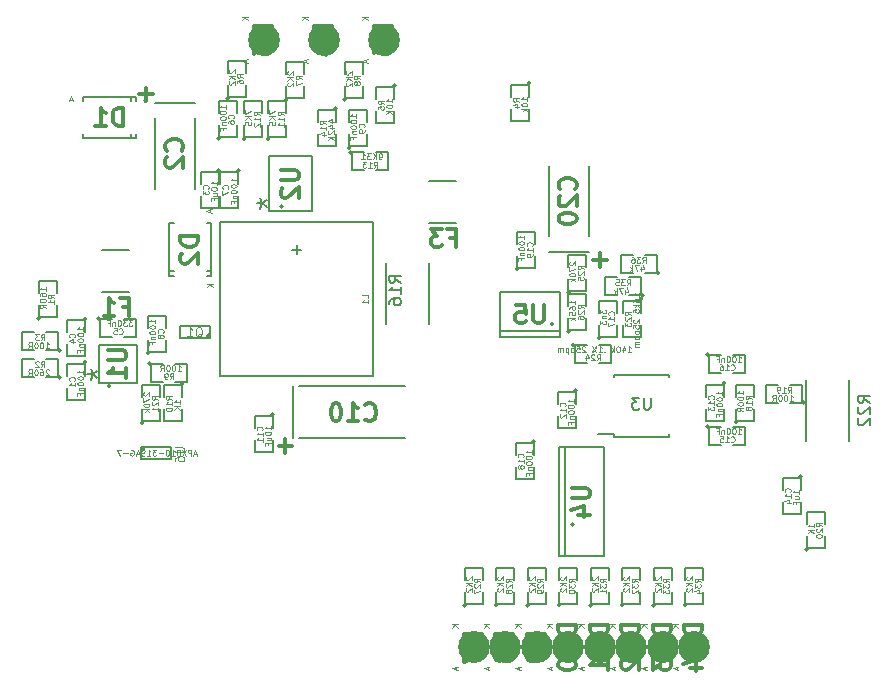
<source format=gbr>
%TF.GenerationSoftware,KiCad,Pcbnew,6.0.4-6f826c9f35~116~ubuntu20.04.1*%
%TF.CreationDate,2022-07-20T11:28:41+00:00*%
%TF.ProjectId,LION2CELL01D,4c494f4e-3243-4454-9c4c-3031442e6b69,rev?*%
%TF.SameCoordinates,Original*%
%TF.FileFunction,Legend,Bot*%
%TF.FilePolarity,Positive*%
%FSLAX46Y46*%
G04 Gerber Fmt 4.6, Leading zero omitted, Abs format (unit mm)*
G04 Created by KiCad (PCBNEW 6.0.4-6f826c9f35~116~ubuntu20.04.1) date 2022-07-20 11:28:41*
%MOMM*%
%LPD*%
G01*
G04 APERTURE LIST*
%ADD10C,0.109220*%
%ADD11C,0.304800*%
%ADD12C,0.099060*%
%ADD13C,0.119380*%
%ADD14C,0.150000*%
%ADD15C,2.700000*%
G04 APERTURE END LIST*
D10*
%TO.C,C1*%
X8751207Y27007396D02*
X8775034Y27031224D01*
X8798862Y27102707D01*
X8798862Y27150362D01*
X8775034Y27221845D01*
X8727379Y27269500D01*
X8679724Y27293328D01*
X8584413Y27317155D01*
X8512930Y27317155D01*
X8417620Y27293328D01*
X8369965Y27269500D01*
X8322310Y27221845D01*
X8298482Y27150362D01*
X8298482Y27102707D01*
X8322310Y27031224D01*
X8346137Y27007396D01*
X8798862Y26530844D02*
X8798862Y26816775D01*
X8798862Y26673810D02*
X8298482Y26673810D01*
X8369965Y26721465D01*
X8417620Y26769120D01*
X8441448Y26816775D01*
X9497362Y27571397D02*
X9497362Y27857329D01*
X9497362Y27714363D02*
X8996982Y27714363D01*
X9068465Y27762018D01*
X9116120Y27809673D01*
X9139948Y27857329D01*
X8996982Y27261638D02*
X8996982Y27213983D01*
X9020810Y27166328D01*
X9044637Y27142500D01*
X9092292Y27118672D01*
X9187603Y27094845D01*
X9306741Y27094845D01*
X9402051Y27118672D01*
X9449707Y27142500D01*
X9473534Y27166328D01*
X9497362Y27213983D01*
X9497362Y27261638D01*
X9473534Y27309293D01*
X9449707Y27333121D01*
X9402051Y27356949D01*
X9306741Y27380776D01*
X9187603Y27380776D01*
X9092292Y27356949D01*
X9044637Y27333121D01*
X9020810Y27309293D01*
X8996982Y27261638D01*
X8996982Y26785086D02*
X8996982Y26737430D01*
X9020810Y26689775D01*
X9044637Y26665948D01*
X9092292Y26642120D01*
X9187603Y26618292D01*
X9306741Y26618292D01*
X9402051Y26642120D01*
X9449707Y26665948D01*
X9473534Y26689775D01*
X9497362Y26737430D01*
X9497362Y26785086D01*
X9473534Y26832741D01*
X9449707Y26856569D01*
X9402051Y26880396D01*
X9306741Y26904224D01*
X9187603Y26904224D01*
X9092292Y26880396D01*
X9044637Y26856569D01*
X9020810Y26832741D01*
X8996982Y26785086D01*
X9163775Y26403844D02*
X9497362Y26403844D01*
X9211430Y26403844D02*
X9187603Y26380016D01*
X9163775Y26332361D01*
X9163775Y26260878D01*
X9187603Y26213223D01*
X9235258Y26189395D01*
X9497362Y26189395D01*
X9235258Y25784326D02*
X9235258Y25951119D01*
X9497362Y25951119D02*
X8996982Y25951119D01*
X8996982Y25712843D01*
%TO.C,C5*%
X12529396Y30999792D02*
X12553224Y30975965D01*
X12624707Y30952137D01*
X12672362Y30952137D01*
X12743845Y30975965D01*
X12791500Y31023620D01*
X12815328Y31071275D01*
X12839155Y31166586D01*
X12839155Y31238069D01*
X12815328Y31333379D01*
X12791500Y31381034D01*
X12743845Y31428690D01*
X12672362Y31452517D01*
X12624707Y31452517D01*
X12553224Y31428690D01*
X12529396Y31404862D01*
X12076671Y31452517D02*
X12314948Y31452517D01*
X12338775Y31214241D01*
X12314948Y31238069D01*
X12267292Y31261896D01*
X12148154Y31261896D01*
X12100499Y31238069D01*
X12076671Y31214241D01*
X12052844Y31166586D01*
X12052844Y31047448D01*
X12076671Y30999792D01*
X12100499Y30975965D01*
X12148154Y30952137D01*
X12267292Y30952137D01*
X12314948Y30975965D01*
X12338775Y30999792D01*
X13657156Y32151017D02*
X13347397Y32151017D01*
X13514190Y31960396D01*
X13442708Y31960396D01*
X13395052Y31936569D01*
X13371225Y31912741D01*
X13347397Y31865086D01*
X13347397Y31745948D01*
X13371225Y31698292D01*
X13395052Y31674465D01*
X13442708Y31650637D01*
X13585673Y31650637D01*
X13633329Y31674465D01*
X13657156Y31698292D01*
X13180604Y32151017D02*
X12870845Y32151017D01*
X13037638Y31960396D01*
X12966155Y31960396D01*
X12918500Y31936569D01*
X12894672Y31912741D01*
X12870845Y31865086D01*
X12870845Y31745948D01*
X12894672Y31698292D01*
X12918500Y31674465D01*
X12966155Y31650637D01*
X13109121Y31650637D01*
X13156776Y31674465D01*
X13180604Y31698292D01*
X12561086Y32151017D02*
X12513430Y32151017D01*
X12465775Y32127190D01*
X12441948Y32103362D01*
X12418120Y32055707D01*
X12394292Y31960396D01*
X12394292Y31841258D01*
X12418120Y31745948D01*
X12441948Y31698292D01*
X12465775Y31674465D01*
X12513430Y31650637D01*
X12561086Y31650637D01*
X12608741Y31674465D01*
X12632569Y31698292D01*
X12656396Y31745948D01*
X12680224Y31841258D01*
X12680224Y31960396D01*
X12656396Y32055707D01*
X12632569Y32103362D01*
X12608741Y32127190D01*
X12561086Y32151017D01*
X12179844Y31984224D02*
X12179844Y31650637D01*
X12179844Y31936569D02*
X12156016Y31960396D01*
X12108361Y31984224D01*
X12036878Y31984224D01*
X11989223Y31960396D01*
X11965395Y31912741D01*
X11965395Y31650637D01*
X11560326Y31912741D02*
X11727119Y31912741D01*
X11727119Y31650637D02*
X11727119Y32151017D01*
X11488843Y32151017D01*
%TO.C,C6*%
X22213207Y49232396D02*
X22237034Y49256224D01*
X22260862Y49327707D01*
X22260862Y49375362D01*
X22237034Y49446845D01*
X22189379Y49494500D01*
X22141724Y49518328D01*
X22046413Y49542155D01*
X21974930Y49542155D01*
X21879620Y49518328D01*
X21831965Y49494500D01*
X21784310Y49446845D01*
X21760482Y49375362D01*
X21760482Y49327707D01*
X21784310Y49256224D01*
X21808137Y49232396D01*
X21760482Y48803499D02*
X21760482Y48898810D01*
X21784310Y48946465D01*
X21808137Y48970292D01*
X21879620Y49017948D01*
X21974930Y49041775D01*
X22165551Y49041775D01*
X22213207Y49017948D01*
X22237034Y48994120D01*
X22260862Y48946465D01*
X22260862Y48851154D01*
X22237034Y48803499D01*
X22213207Y48779671D01*
X22165551Y48755844D01*
X22046413Y48755844D01*
X21998758Y48779671D01*
X21974930Y48803499D01*
X21951103Y48851154D01*
X21951103Y48946465D01*
X21974930Y48994120D01*
X21998758Y49017948D01*
X22046413Y49041775D01*
X21562362Y50050397D02*
X21562362Y50336329D01*
X21562362Y50193363D02*
X21061982Y50193363D01*
X21133465Y50241018D01*
X21181120Y50288673D01*
X21204948Y50336329D01*
X21061982Y49740638D02*
X21061982Y49692983D01*
X21085810Y49645328D01*
X21109637Y49621500D01*
X21157292Y49597672D01*
X21252603Y49573845D01*
X21371741Y49573845D01*
X21467051Y49597672D01*
X21514707Y49621500D01*
X21538534Y49645328D01*
X21562362Y49692983D01*
X21562362Y49740638D01*
X21538534Y49788293D01*
X21514707Y49812121D01*
X21467051Y49835949D01*
X21371741Y49859776D01*
X21252603Y49859776D01*
X21157292Y49835949D01*
X21109637Y49812121D01*
X21085810Y49788293D01*
X21061982Y49740638D01*
X21061982Y49264086D02*
X21061982Y49216430D01*
X21085810Y49168775D01*
X21109637Y49144948D01*
X21157292Y49121120D01*
X21252603Y49097292D01*
X21371741Y49097292D01*
X21467051Y49121120D01*
X21514707Y49144948D01*
X21538534Y49168775D01*
X21562362Y49216430D01*
X21562362Y49264086D01*
X21538534Y49311741D01*
X21514707Y49335569D01*
X21467051Y49359396D01*
X21371741Y49383224D01*
X21252603Y49383224D01*
X21157292Y49359396D01*
X21109637Y49335569D01*
X21085810Y49311741D01*
X21061982Y49264086D01*
X21228775Y48882844D02*
X21562362Y48882844D01*
X21276430Y48882844D02*
X21252603Y48859016D01*
X21228775Y48811361D01*
X21228775Y48739878D01*
X21252603Y48692223D01*
X21300258Y48668395D01*
X21562362Y48668395D01*
X21300258Y48263326D02*
X21300258Y48430119D01*
X21562362Y48430119D02*
X21061982Y48430119D01*
X21061982Y48191843D01*
%TO.C,C7*%
X21730607Y43263396D02*
X21754434Y43287224D01*
X21778262Y43358707D01*
X21778262Y43406362D01*
X21754434Y43477845D01*
X21706779Y43525500D01*
X21659124Y43549328D01*
X21563813Y43573155D01*
X21492330Y43573155D01*
X21397020Y43549328D01*
X21349365Y43525500D01*
X21301710Y43477845D01*
X21277882Y43406362D01*
X21277882Y43358707D01*
X21301710Y43287224D01*
X21325537Y43263396D01*
X21277882Y43096603D02*
X21277882Y42763016D01*
X21778262Y42977465D01*
X22476762Y43827397D02*
X22476762Y44113329D01*
X22476762Y43970363D02*
X21976382Y43970363D01*
X22047865Y44018018D01*
X22095520Y44065673D01*
X22119348Y44113329D01*
X21976382Y43517638D02*
X21976382Y43469983D01*
X22000210Y43422328D01*
X22024037Y43398500D01*
X22071692Y43374672D01*
X22167003Y43350845D01*
X22286141Y43350845D01*
X22381451Y43374672D01*
X22429107Y43398500D01*
X22452934Y43422328D01*
X22476762Y43469983D01*
X22476762Y43517638D01*
X22452934Y43565293D01*
X22429107Y43589121D01*
X22381451Y43612949D01*
X22286141Y43636776D01*
X22167003Y43636776D01*
X22071692Y43612949D01*
X22024037Y43589121D01*
X22000210Y43565293D01*
X21976382Y43517638D01*
X21976382Y43041086D02*
X21976382Y42993430D01*
X22000210Y42945775D01*
X22024037Y42921948D01*
X22071692Y42898120D01*
X22167003Y42874292D01*
X22286141Y42874292D01*
X22381451Y42898120D01*
X22429107Y42921948D01*
X22452934Y42945775D01*
X22476762Y42993430D01*
X22476762Y43041086D01*
X22452934Y43088741D01*
X22429107Y43112569D01*
X22381451Y43136396D01*
X22286141Y43160224D01*
X22167003Y43160224D01*
X22071692Y43136396D01*
X22024037Y43112569D01*
X22000210Y43088741D01*
X21976382Y43041086D01*
X22143175Y42659844D02*
X22476762Y42659844D01*
X22190830Y42659844D02*
X22167003Y42636016D01*
X22143175Y42588361D01*
X22143175Y42516878D01*
X22167003Y42469223D01*
X22214658Y42445395D01*
X22476762Y42445395D01*
X22214658Y42040326D02*
X22214658Y42207119D01*
X22476762Y42207119D02*
X21976382Y42207119D01*
X21976382Y41968843D01*
%TO.C,C8*%
X16244207Y31071396D02*
X16268034Y31095224D01*
X16291862Y31166707D01*
X16291862Y31214362D01*
X16268034Y31285845D01*
X16220379Y31333500D01*
X16172724Y31357328D01*
X16077413Y31381155D01*
X16005930Y31381155D01*
X15910620Y31357328D01*
X15862965Y31333500D01*
X15815310Y31285845D01*
X15791482Y31214362D01*
X15791482Y31166707D01*
X15815310Y31095224D01*
X15839137Y31071396D01*
X16005930Y30785465D02*
X15982103Y30833120D01*
X15958275Y30856948D01*
X15910620Y30880775D01*
X15886792Y30880775D01*
X15839137Y30856948D01*
X15815310Y30833120D01*
X15791482Y30785465D01*
X15791482Y30690154D01*
X15815310Y30642499D01*
X15839137Y30618671D01*
X15886792Y30594844D01*
X15910620Y30594844D01*
X15958275Y30618671D01*
X15982103Y30642499D01*
X16005930Y30690154D01*
X16005930Y30785465D01*
X16029758Y30833120D01*
X16053586Y30856948D01*
X16101241Y30880775D01*
X16196551Y30880775D01*
X16244207Y30856948D01*
X16268034Y30833120D01*
X16291862Y30785465D01*
X16291862Y30690154D01*
X16268034Y30642499D01*
X16244207Y30618671D01*
X16196551Y30594844D01*
X16101241Y30594844D01*
X16053586Y30618671D01*
X16029758Y30642499D01*
X16005930Y30690154D01*
X15593362Y31889397D02*
X15593362Y32175329D01*
X15593362Y32032363D02*
X15092982Y32032363D01*
X15164465Y32080018D01*
X15212120Y32127673D01*
X15235948Y32175329D01*
X15092982Y31579638D02*
X15092982Y31531983D01*
X15116810Y31484328D01*
X15140637Y31460500D01*
X15188292Y31436672D01*
X15283603Y31412845D01*
X15402741Y31412845D01*
X15498051Y31436672D01*
X15545707Y31460500D01*
X15569534Y31484328D01*
X15593362Y31531983D01*
X15593362Y31579638D01*
X15569534Y31627293D01*
X15545707Y31651121D01*
X15498051Y31674949D01*
X15402741Y31698776D01*
X15283603Y31698776D01*
X15188292Y31674949D01*
X15140637Y31651121D01*
X15116810Y31627293D01*
X15092982Y31579638D01*
X15092982Y31103086D02*
X15092982Y31055430D01*
X15116810Y31007775D01*
X15140637Y30983948D01*
X15188292Y30960120D01*
X15283603Y30936292D01*
X15402741Y30936292D01*
X15498051Y30960120D01*
X15545707Y30983948D01*
X15569534Y31007775D01*
X15593362Y31055430D01*
X15593362Y31103086D01*
X15569534Y31150741D01*
X15545707Y31174569D01*
X15498051Y31198396D01*
X15402741Y31222224D01*
X15283603Y31222224D01*
X15188292Y31198396D01*
X15140637Y31174569D01*
X15116810Y31150741D01*
X15092982Y31103086D01*
X15259775Y30721844D02*
X15593362Y30721844D01*
X15307430Y30721844D02*
X15283603Y30698016D01*
X15259775Y30650361D01*
X15259775Y30578878D01*
X15283603Y30531223D01*
X15331258Y30507395D01*
X15593362Y30507395D01*
X15331258Y30102326D02*
X15331258Y30269119D01*
X15593362Y30269119D02*
X15092982Y30269119D01*
X15092982Y30030843D01*
%TO.C,C9*%
X33262207Y48470396D02*
X33286034Y48494224D01*
X33309862Y48565707D01*
X33309862Y48613362D01*
X33286034Y48684845D01*
X33238379Y48732500D01*
X33190724Y48756328D01*
X33095413Y48780155D01*
X33023930Y48780155D01*
X32928620Y48756328D01*
X32880965Y48732500D01*
X32833310Y48684845D01*
X32809482Y48613362D01*
X32809482Y48565707D01*
X32833310Y48494224D01*
X32857137Y48470396D01*
X33309862Y48232120D02*
X33309862Y48136810D01*
X33286034Y48089154D01*
X33262207Y48065327D01*
X33190724Y48017671D01*
X33095413Y47993844D01*
X32904792Y47993844D01*
X32857137Y48017671D01*
X32833310Y48041499D01*
X32809482Y48089154D01*
X32809482Y48184465D01*
X32833310Y48232120D01*
X32857137Y48255948D01*
X32904792Y48279775D01*
X33023930Y48279775D01*
X33071586Y48255948D01*
X33095413Y48232120D01*
X33119241Y48184465D01*
X33119241Y48089154D01*
X33095413Y48041499D01*
X33071586Y48017671D01*
X33023930Y47993844D01*
X32611362Y49288397D02*
X32611362Y49574329D01*
X32611362Y49431363D02*
X32110982Y49431363D01*
X32182465Y49479018D01*
X32230120Y49526673D01*
X32253948Y49574329D01*
X32110982Y48978638D02*
X32110982Y48930983D01*
X32134810Y48883328D01*
X32158637Y48859500D01*
X32206292Y48835672D01*
X32301603Y48811845D01*
X32420741Y48811845D01*
X32516051Y48835672D01*
X32563707Y48859500D01*
X32587534Y48883328D01*
X32611362Y48930983D01*
X32611362Y48978638D01*
X32587534Y49026293D01*
X32563707Y49050121D01*
X32516051Y49073949D01*
X32420741Y49097776D01*
X32301603Y49097776D01*
X32206292Y49073949D01*
X32158637Y49050121D01*
X32134810Y49026293D01*
X32110982Y48978638D01*
X32110982Y48502086D02*
X32110982Y48454430D01*
X32134810Y48406775D01*
X32158637Y48382948D01*
X32206292Y48359120D01*
X32301603Y48335292D01*
X32420741Y48335292D01*
X32516051Y48359120D01*
X32563707Y48382948D01*
X32587534Y48406775D01*
X32611362Y48454430D01*
X32611362Y48502086D01*
X32587534Y48549741D01*
X32563707Y48573569D01*
X32516051Y48597396D01*
X32420741Y48621224D01*
X32301603Y48621224D01*
X32206292Y48597396D01*
X32158637Y48573569D01*
X32134810Y48549741D01*
X32110982Y48502086D01*
X32277775Y48120844D02*
X32611362Y48120844D01*
X32325430Y48120844D02*
X32301603Y48097016D01*
X32277775Y48049361D01*
X32277775Y47977878D01*
X32301603Y47930223D01*
X32349258Y47906395D01*
X32611362Y47906395D01*
X32349258Y47501326D02*
X32349258Y47668119D01*
X32611362Y47668119D02*
X32110982Y47668119D01*
X32110982Y47429843D01*
%TO.C,C11*%
X24626207Y22800672D02*
X24650034Y22824500D01*
X24673862Y22895983D01*
X24673862Y22943638D01*
X24650034Y23015121D01*
X24602379Y23062776D01*
X24554724Y23086604D01*
X24459413Y23110431D01*
X24387930Y23110431D01*
X24292620Y23086604D01*
X24244965Y23062776D01*
X24197310Y23015121D01*
X24173482Y22943638D01*
X24173482Y22895983D01*
X24197310Y22824500D01*
X24221137Y22800672D01*
X24673862Y22324120D02*
X24673862Y22610051D01*
X24673862Y22467086D02*
X24173482Y22467086D01*
X24244965Y22514741D01*
X24292620Y22562396D01*
X24316448Y22610051D01*
X24673862Y21847568D02*
X24673862Y22133499D01*
X24673862Y21990533D02*
X24173482Y21990533D01*
X24244965Y22038189D01*
X24292620Y22085844D01*
X24316448Y22133499D01*
X25372362Y22888121D02*
X25372362Y23174052D01*
X25372362Y23031087D02*
X24871982Y23031087D01*
X24943465Y23078742D01*
X24991120Y23126397D01*
X25014948Y23174052D01*
X24871982Y22578362D02*
X24871982Y22530707D01*
X24895810Y22483051D01*
X24919637Y22459224D01*
X24967292Y22435396D01*
X25062603Y22411569D01*
X25181741Y22411569D01*
X25277051Y22435396D01*
X25324707Y22459224D01*
X25348534Y22483051D01*
X25372362Y22530707D01*
X25372362Y22578362D01*
X25348534Y22626017D01*
X25324707Y22649845D01*
X25277051Y22673672D01*
X25181741Y22697500D01*
X25062603Y22697500D01*
X24967292Y22673672D01*
X24919637Y22649845D01*
X24895810Y22626017D01*
X24871982Y22578362D01*
X25038775Y21982671D02*
X25372362Y21982671D01*
X25038775Y22197120D02*
X25300879Y22197120D01*
X25348534Y22173292D01*
X25372362Y22125637D01*
X25372362Y22054154D01*
X25348534Y22006499D01*
X25324707Y21982671D01*
X25110258Y21577602D02*
X25110258Y21744395D01*
X25372362Y21744395D02*
X24871982Y21744395D01*
X24871982Y21506119D01*
%TO.C,C12*%
X50280207Y24832672D02*
X50304034Y24856500D01*
X50327862Y24927983D01*
X50327862Y24975638D01*
X50304034Y25047121D01*
X50256379Y25094776D01*
X50208724Y25118604D01*
X50113413Y25142431D01*
X50041930Y25142431D01*
X49946620Y25118604D01*
X49898965Y25094776D01*
X49851310Y25047121D01*
X49827482Y24975638D01*
X49827482Y24927983D01*
X49851310Y24856500D01*
X49875137Y24832672D01*
X50327862Y24356120D02*
X50327862Y24642051D01*
X50327862Y24499086D02*
X49827482Y24499086D01*
X49898965Y24546741D01*
X49946620Y24594396D01*
X49970448Y24642051D01*
X49875137Y24165499D02*
X49851310Y24141671D01*
X49827482Y24094016D01*
X49827482Y23974878D01*
X49851310Y23927223D01*
X49875137Y23903395D01*
X49922792Y23879568D01*
X49970448Y23879568D01*
X50041930Y23903395D01*
X50327862Y24189327D01*
X50327862Y23879568D01*
X51026362Y25158397D02*
X51026362Y25444329D01*
X51026362Y25301363D02*
X50525982Y25301363D01*
X50597465Y25349018D01*
X50645120Y25396673D01*
X50668948Y25444329D01*
X50525982Y24848638D02*
X50525982Y24800983D01*
X50549810Y24753328D01*
X50573637Y24729500D01*
X50621292Y24705672D01*
X50716603Y24681845D01*
X50835741Y24681845D01*
X50931051Y24705672D01*
X50978707Y24729500D01*
X51002534Y24753328D01*
X51026362Y24800983D01*
X51026362Y24848638D01*
X51002534Y24896293D01*
X50978707Y24920121D01*
X50931051Y24943949D01*
X50835741Y24967776D01*
X50716603Y24967776D01*
X50621292Y24943949D01*
X50573637Y24920121D01*
X50549810Y24896293D01*
X50525982Y24848638D01*
X50525982Y24372086D02*
X50525982Y24324430D01*
X50549810Y24276775D01*
X50573637Y24252948D01*
X50621292Y24229120D01*
X50716603Y24205292D01*
X50835741Y24205292D01*
X50931051Y24229120D01*
X50978707Y24252948D01*
X51002534Y24276775D01*
X51026362Y24324430D01*
X51026362Y24372086D01*
X51002534Y24419741D01*
X50978707Y24443569D01*
X50931051Y24467396D01*
X50835741Y24491224D01*
X50716603Y24491224D01*
X50621292Y24467396D01*
X50573637Y24443569D01*
X50549810Y24419741D01*
X50525982Y24372086D01*
X50692775Y23990844D02*
X51026362Y23990844D01*
X50740430Y23990844D02*
X50716603Y23967016D01*
X50692775Y23919361D01*
X50692775Y23847878D01*
X50716603Y23800223D01*
X50764258Y23776395D01*
X51026362Y23776395D01*
X50764258Y23371326D02*
X50764258Y23538119D01*
X51026362Y23538119D02*
X50525982Y23538119D01*
X50525982Y23299843D01*
%TO.C,C13*%
X62853207Y25467672D02*
X62877034Y25491500D01*
X62900862Y25562983D01*
X62900862Y25610638D01*
X62877034Y25682121D01*
X62829379Y25729776D01*
X62781724Y25753604D01*
X62686413Y25777431D01*
X62614930Y25777431D01*
X62519620Y25753604D01*
X62471965Y25729776D01*
X62424310Y25682121D01*
X62400482Y25610638D01*
X62400482Y25562983D01*
X62424310Y25491500D01*
X62448137Y25467672D01*
X62900862Y24991120D02*
X62900862Y25277051D01*
X62900862Y25134086D02*
X62400482Y25134086D01*
X62471965Y25181741D01*
X62519620Y25229396D01*
X62543448Y25277051D01*
X62400482Y24824327D02*
X62400482Y24514568D01*
X62591103Y24681361D01*
X62591103Y24609878D01*
X62614930Y24562223D01*
X62638758Y24538395D01*
X62686413Y24514568D01*
X62805551Y24514568D01*
X62853207Y24538395D01*
X62877034Y24562223D01*
X62900862Y24609878D01*
X62900862Y24752844D01*
X62877034Y24800499D01*
X62853207Y24824327D01*
X63599362Y25793397D02*
X63599362Y26079329D01*
X63599362Y25936363D02*
X63098982Y25936363D01*
X63170465Y25984018D01*
X63218120Y26031673D01*
X63241948Y26079329D01*
X63098982Y25483638D02*
X63098982Y25435983D01*
X63122810Y25388328D01*
X63146637Y25364500D01*
X63194292Y25340672D01*
X63289603Y25316845D01*
X63408741Y25316845D01*
X63504051Y25340672D01*
X63551707Y25364500D01*
X63575534Y25388328D01*
X63599362Y25435983D01*
X63599362Y25483638D01*
X63575534Y25531293D01*
X63551707Y25555121D01*
X63504051Y25578949D01*
X63408741Y25602776D01*
X63289603Y25602776D01*
X63194292Y25578949D01*
X63146637Y25555121D01*
X63122810Y25531293D01*
X63098982Y25483638D01*
X63098982Y25007086D02*
X63098982Y24959430D01*
X63122810Y24911775D01*
X63146637Y24887948D01*
X63194292Y24864120D01*
X63289603Y24840292D01*
X63408741Y24840292D01*
X63504051Y24864120D01*
X63551707Y24887948D01*
X63575534Y24911775D01*
X63599362Y24959430D01*
X63599362Y25007086D01*
X63575534Y25054741D01*
X63551707Y25078569D01*
X63504051Y25102396D01*
X63408741Y25126224D01*
X63289603Y25126224D01*
X63194292Y25102396D01*
X63146637Y25078569D01*
X63122810Y25054741D01*
X63098982Y25007086D01*
X63265775Y24625844D02*
X63599362Y24625844D01*
X63313430Y24625844D02*
X63289603Y24602016D01*
X63265775Y24554361D01*
X63265775Y24482878D01*
X63289603Y24435223D01*
X63337258Y24411395D01*
X63599362Y24411395D01*
X63337258Y24006326D02*
X63337258Y24173119D01*
X63599362Y24173119D02*
X63098982Y24173119D01*
X63098982Y23934843D01*
%TO.C,C14*%
X69330207Y17593672D02*
X69354034Y17617500D01*
X69377862Y17688983D01*
X69377862Y17736638D01*
X69354034Y17808121D01*
X69306379Y17855776D01*
X69258724Y17879604D01*
X69163413Y17903431D01*
X69091930Y17903431D01*
X68996620Y17879604D01*
X68948965Y17855776D01*
X68901310Y17808121D01*
X68877482Y17736638D01*
X68877482Y17688983D01*
X68901310Y17617500D01*
X68925137Y17593672D01*
X69377862Y17117120D02*
X69377862Y17403051D01*
X69377862Y17260086D02*
X68877482Y17260086D01*
X68948965Y17307741D01*
X68996620Y17355396D01*
X69020448Y17403051D01*
X69044275Y16688223D02*
X69377862Y16688223D01*
X68853654Y16807361D02*
X69211069Y16926499D01*
X69211069Y16616740D01*
X70076362Y17442845D02*
X70076362Y17728776D01*
X70076362Y17585810D02*
X69575982Y17585810D01*
X69647465Y17633466D01*
X69695120Y17681121D01*
X69718948Y17728776D01*
X69742775Y17013948D02*
X70076362Y17013948D01*
X69742775Y17228396D02*
X70004879Y17228396D01*
X70052534Y17204569D01*
X70076362Y17156913D01*
X70076362Y17085430D01*
X70052534Y17037775D01*
X70028707Y17013948D01*
X69814258Y16608878D02*
X69814258Y16775671D01*
X70076362Y16775671D02*
X69575982Y16775671D01*
X69575982Y16537395D01*
%TO.C,C15*%
X64329672Y21855792D02*
X64353500Y21831965D01*
X64424983Y21808137D01*
X64472638Y21808137D01*
X64544121Y21831965D01*
X64591776Y21879620D01*
X64615604Y21927275D01*
X64639431Y22022586D01*
X64639431Y22094069D01*
X64615604Y22189379D01*
X64591776Y22237034D01*
X64544121Y22284690D01*
X64472638Y22308517D01*
X64424983Y22308517D01*
X64353500Y22284690D01*
X64329672Y22260862D01*
X63853120Y21808137D02*
X64139051Y21808137D01*
X63996086Y21808137D02*
X63996086Y22308517D01*
X64043741Y22237034D01*
X64091396Y22189379D01*
X64139051Y22165551D01*
X63400395Y22308517D02*
X63638671Y22308517D01*
X63662499Y22070241D01*
X63638671Y22094069D01*
X63591016Y22117896D01*
X63471878Y22117896D01*
X63424223Y22094069D01*
X63400395Y22070241D01*
X63376568Y22022586D01*
X63376568Y21903448D01*
X63400395Y21855792D01*
X63424223Y21831965D01*
X63471878Y21808137D01*
X63591016Y21808137D01*
X63638671Y21831965D01*
X63662499Y21855792D01*
X64909397Y22506637D02*
X65195329Y22506637D01*
X65052363Y22506637D02*
X65052363Y23007017D01*
X65100018Y22935534D01*
X65147673Y22887879D01*
X65195329Y22864051D01*
X64599638Y23007017D02*
X64551983Y23007017D01*
X64504328Y22983190D01*
X64480500Y22959362D01*
X64456672Y22911707D01*
X64432845Y22816396D01*
X64432845Y22697258D01*
X64456672Y22601948D01*
X64480500Y22554292D01*
X64504328Y22530465D01*
X64551983Y22506637D01*
X64599638Y22506637D01*
X64647293Y22530465D01*
X64671121Y22554292D01*
X64694949Y22601948D01*
X64718776Y22697258D01*
X64718776Y22816396D01*
X64694949Y22911707D01*
X64671121Y22959362D01*
X64647293Y22983190D01*
X64599638Y23007017D01*
X64123086Y23007017D02*
X64075430Y23007017D01*
X64027775Y22983190D01*
X64003948Y22959362D01*
X63980120Y22911707D01*
X63956292Y22816396D01*
X63956292Y22697258D01*
X63980120Y22601948D01*
X64003948Y22554292D01*
X64027775Y22530465D01*
X64075430Y22506637D01*
X64123086Y22506637D01*
X64170741Y22530465D01*
X64194569Y22554292D01*
X64218396Y22601948D01*
X64242224Y22697258D01*
X64242224Y22816396D01*
X64218396Y22911707D01*
X64194569Y22959362D01*
X64170741Y22983190D01*
X64123086Y23007017D01*
X63741844Y22840224D02*
X63741844Y22506637D01*
X63741844Y22792569D02*
X63718016Y22816396D01*
X63670361Y22840224D01*
X63598878Y22840224D01*
X63551223Y22816396D01*
X63527395Y22768741D01*
X63527395Y22506637D01*
X63122326Y22768741D02*
X63289119Y22768741D01*
X63289119Y22506637D02*
X63289119Y23007017D01*
X63050843Y23007017D01*
%TO.C,C16*%
X64329672Y27951792D02*
X64353500Y27927965D01*
X64424983Y27904137D01*
X64472638Y27904137D01*
X64544121Y27927965D01*
X64591776Y27975620D01*
X64615604Y28023275D01*
X64639431Y28118586D01*
X64639431Y28190069D01*
X64615604Y28285379D01*
X64591776Y28333034D01*
X64544121Y28380690D01*
X64472638Y28404517D01*
X64424983Y28404517D01*
X64353500Y28380690D01*
X64329672Y28356862D01*
X63853120Y27904137D02*
X64139051Y27904137D01*
X63996086Y27904137D02*
X63996086Y28404517D01*
X64043741Y28333034D01*
X64091396Y28285379D01*
X64139051Y28261551D01*
X63424223Y28404517D02*
X63519533Y28404517D01*
X63567189Y28380690D01*
X63591016Y28356862D01*
X63638671Y28285379D01*
X63662499Y28190069D01*
X63662499Y27999448D01*
X63638671Y27951792D01*
X63614844Y27927965D01*
X63567189Y27904137D01*
X63471878Y27904137D01*
X63424223Y27927965D01*
X63400395Y27951792D01*
X63376568Y27999448D01*
X63376568Y28118586D01*
X63400395Y28166241D01*
X63424223Y28190069D01*
X63471878Y28213896D01*
X63567189Y28213896D01*
X63614844Y28190069D01*
X63638671Y28166241D01*
X63662499Y28118586D01*
X64909397Y28602637D02*
X65195329Y28602637D01*
X65052363Y28602637D02*
X65052363Y29103017D01*
X65100018Y29031534D01*
X65147673Y28983879D01*
X65195329Y28960051D01*
X64599638Y29103017D02*
X64551983Y29103017D01*
X64504328Y29079190D01*
X64480500Y29055362D01*
X64456672Y29007707D01*
X64432845Y28912396D01*
X64432845Y28793258D01*
X64456672Y28697948D01*
X64480500Y28650292D01*
X64504328Y28626465D01*
X64551983Y28602637D01*
X64599638Y28602637D01*
X64647293Y28626465D01*
X64671121Y28650292D01*
X64694949Y28697948D01*
X64718776Y28793258D01*
X64718776Y28912396D01*
X64694949Y29007707D01*
X64671121Y29055362D01*
X64647293Y29079190D01*
X64599638Y29103017D01*
X64123086Y29103017D02*
X64075430Y29103017D01*
X64027775Y29079190D01*
X64003948Y29055362D01*
X63980120Y29007707D01*
X63956292Y28912396D01*
X63956292Y28793258D01*
X63980120Y28697948D01*
X64003948Y28650292D01*
X64027775Y28626465D01*
X64075430Y28602637D01*
X64123086Y28602637D01*
X64170741Y28626465D01*
X64194569Y28650292D01*
X64218396Y28697948D01*
X64242224Y28793258D01*
X64242224Y28912396D01*
X64218396Y29007707D01*
X64194569Y29055362D01*
X64170741Y29079190D01*
X64123086Y29103017D01*
X63741844Y28936224D02*
X63741844Y28602637D01*
X63741844Y28888569D02*
X63718016Y28912396D01*
X63670361Y28936224D01*
X63598878Y28936224D01*
X63551223Y28912396D01*
X63527395Y28864741D01*
X63527395Y28602637D01*
X63122326Y28864741D02*
X63289119Y28864741D01*
X63289119Y28602637D02*
X63289119Y29103017D01*
X63050843Y29103017D01*
%TO.C,C17*%
X54407707Y32579672D02*
X54431534Y32603500D01*
X54455362Y32674983D01*
X54455362Y32722638D01*
X54431534Y32794121D01*
X54383879Y32841776D01*
X54336224Y32865604D01*
X54240913Y32889431D01*
X54169430Y32889431D01*
X54074120Y32865604D01*
X54026465Y32841776D01*
X53978810Y32794121D01*
X53954982Y32722638D01*
X53954982Y32674983D01*
X53978810Y32603500D01*
X54002637Y32579672D01*
X54455362Y32103120D02*
X54455362Y32389051D01*
X54455362Y32246086D02*
X53954982Y32246086D01*
X54026465Y32293741D01*
X54074120Y32341396D01*
X54097948Y32389051D01*
X53954982Y31936327D02*
X53954982Y31602740D01*
X54455362Y31817189D01*
X53256482Y33016431D02*
X53256482Y32706672D01*
X53447103Y32873466D01*
X53447103Y32801983D01*
X53470930Y32754328D01*
X53494758Y32730500D01*
X53542413Y32706672D01*
X53661551Y32706672D01*
X53709207Y32730500D01*
X53733034Y32754328D01*
X53756862Y32801983D01*
X53756862Y32944949D01*
X53733034Y32992604D01*
X53709207Y33016431D01*
X53423275Y32492224D02*
X53756862Y32492224D01*
X53470930Y32492224D02*
X53447103Y32468396D01*
X53423275Y32420741D01*
X53423275Y32349258D01*
X53447103Y32301603D01*
X53494758Y32277775D01*
X53756862Y32277775D01*
X53256482Y32087154D02*
X53256482Y31777395D01*
X53447103Y31944189D01*
X53447103Y31872706D01*
X53470930Y31825050D01*
X53494758Y31801223D01*
X53542413Y31777395D01*
X53661551Y31777395D01*
X53709207Y31801223D01*
X53733034Y31825050D01*
X53756862Y31872706D01*
X53756862Y32015671D01*
X53733034Y32063327D01*
X53709207Y32087154D01*
%TO.C,C18*%
X46724207Y20514672D02*
X46748034Y20538500D01*
X46771862Y20609983D01*
X46771862Y20657638D01*
X46748034Y20729121D01*
X46700379Y20776776D01*
X46652724Y20800604D01*
X46557413Y20824431D01*
X46485930Y20824431D01*
X46390620Y20800604D01*
X46342965Y20776776D01*
X46295310Y20729121D01*
X46271482Y20657638D01*
X46271482Y20609983D01*
X46295310Y20538500D01*
X46319137Y20514672D01*
X46771862Y20038120D02*
X46771862Y20324051D01*
X46771862Y20181086D02*
X46271482Y20181086D01*
X46342965Y20228741D01*
X46390620Y20276396D01*
X46414448Y20324051D01*
X46485930Y19752189D02*
X46462103Y19799844D01*
X46438275Y19823671D01*
X46390620Y19847499D01*
X46366792Y19847499D01*
X46319137Y19823671D01*
X46295310Y19799844D01*
X46271482Y19752189D01*
X46271482Y19656878D01*
X46295310Y19609223D01*
X46319137Y19585395D01*
X46366792Y19561568D01*
X46390620Y19561568D01*
X46438275Y19585395D01*
X46462103Y19609223D01*
X46485930Y19656878D01*
X46485930Y19752189D01*
X46509758Y19799844D01*
X46533586Y19823671D01*
X46581241Y19847499D01*
X46676551Y19847499D01*
X46724207Y19823671D01*
X46748034Y19799844D01*
X46771862Y19752189D01*
X46771862Y19656878D01*
X46748034Y19609223D01*
X46724207Y19585395D01*
X46676551Y19561568D01*
X46581241Y19561568D01*
X46533586Y19585395D01*
X46509758Y19609223D01*
X46485930Y19656878D01*
X47470362Y20840397D02*
X47470362Y21126329D01*
X47470362Y20983363D02*
X46969982Y20983363D01*
X47041465Y21031018D01*
X47089120Y21078673D01*
X47112948Y21126329D01*
X46969982Y20530638D02*
X46969982Y20482983D01*
X46993810Y20435328D01*
X47017637Y20411500D01*
X47065292Y20387672D01*
X47160603Y20363845D01*
X47279741Y20363845D01*
X47375051Y20387672D01*
X47422707Y20411500D01*
X47446534Y20435328D01*
X47470362Y20482983D01*
X47470362Y20530638D01*
X47446534Y20578293D01*
X47422707Y20602121D01*
X47375051Y20625949D01*
X47279741Y20649776D01*
X47160603Y20649776D01*
X47065292Y20625949D01*
X47017637Y20602121D01*
X46993810Y20578293D01*
X46969982Y20530638D01*
X46969982Y20054086D02*
X46969982Y20006430D01*
X46993810Y19958775D01*
X47017637Y19934948D01*
X47065292Y19911120D01*
X47160603Y19887292D01*
X47279741Y19887292D01*
X47375051Y19911120D01*
X47422707Y19934948D01*
X47446534Y19958775D01*
X47470362Y20006430D01*
X47470362Y20054086D01*
X47446534Y20101741D01*
X47422707Y20125569D01*
X47375051Y20149396D01*
X47279741Y20173224D01*
X47160603Y20173224D01*
X47065292Y20149396D01*
X47017637Y20125569D01*
X46993810Y20101741D01*
X46969982Y20054086D01*
X47136775Y19672844D02*
X47470362Y19672844D01*
X47184430Y19672844D02*
X47160603Y19649016D01*
X47136775Y19601361D01*
X47136775Y19529878D01*
X47160603Y19482223D01*
X47208258Y19458395D01*
X47470362Y19458395D01*
X47208258Y19053326D02*
X47208258Y19220119D01*
X47470362Y19220119D02*
X46969982Y19220119D01*
X46969982Y18981843D01*
D11*
%TO.C,D1*%
X12841877Y48586571D02*
X12841877Y50110571D01*
X12479020Y50110571D01*
X12261305Y50038000D01*
X12116162Y49892857D01*
X12043591Y49747714D01*
X11971020Y49457428D01*
X11971020Y49239714D01*
X12043591Y48949428D01*
X12116162Y48804285D01*
X12261305Y48659142D01*
X12479020Y48586571D01*
X12841877Y48586571D01*
X10519591Y48586571D02*
X11390448Y48586571D01*
X10955020Y48586571D02*
X10955020Y50110571D01*
X11100162Y49892857D01*
X11245305Y49747714D01*
X11390448Y49675142D01*
D12*
X14847811Y50748897D02*
X14847811Y51249277D01*
X14561880Y50748897D02*
X14776329Y51034829D01*
X14561880Y51249277D02*
X14847811Y50963346D01*
X8536698Y50792803D02*
X8298421Y50792803D01*
X8584353Y50649837D02*
X8417560Y51150217D01*
X8250766Y50649837D01*
D11*
%TO.C,D2*%
X19231428Y39224857D02*
X17707428Y39224857D01*
X17707428Y38862000D01*
X17780000Y38644285D01*
X17925142Y38499142D01*
X18070285Y38426571D01*
X18360571Y38354000D01*
X18578285Y38354000D01*
X18868571Y38426571D01*
X19013714Y38499142D01*
X19158857Y38644285D01*
X19231428Y38862000D01*
X19231428Y39224857D01*
X17852571Y37773428D02*
X17780000Y37700857D01*
X17707428Y37555714D01*
X17707428Y37192857D01*
X17780000Y37047714D01*
X17852571Y36975142D01*
X17997714Y36902571D01*
X18142857Y36902571D01*
X18360571Y36975142D01*
X19231428Y37846000D01*
X19231428Y36902571D01*
D12*
X20225596Y41518598D02*
X20225596Y41280321D01*
X20368562Y41566253D02*
X19868182Y41399460D01*
X20368562Y41232666D01*
X20467622Y35231311D02*
X19967242Y35231311D01*
X20467622Y34945380D02*
X20181690Y35159829D01*
X19967242Y34945380D02*
X20253173Y35231311D01*
D11*
%TO.C,D3*%
X25454428Y57004857D02*
X23930428Y57004857D01*
X23930428Y56642000D01*
X24003000Y56424285D01*
X24148142Y56279142D01*
X24293285Y56206571D01*
X24583571Y56134000D01*
X24801285Y56134000D01*
X25091571Y56206571D01*
X25236714Y56279142D01*
X25381857Y56424285D01*
X25454428Y56642000D01*
X25454428Y57004857D01*
X23930428Y55626000D02*
X23930428Y54682571D01*
X24511000Y55190571D01*
X24511000Y54972857D01*
X24583571Y54827714D01*
X24656142Y54755142D01*
X24801285Y54682571D01*
X25164142Y54682571D01*
X25309285Y54755142D01*
X25381857Y54827714D01*
X25454428Y54972857D01*
X25454428Y55408285D01*
X25381857Y55553428D01*
X25309285Y55626000D01*
D12*
X23441962Y57811911D02*
X22941582Y57811911D01*
X23441962Y57525980D02*
X23156030Y57740429D01*
X22941582Y57525980D02*
X23227513Y57811911D01*
X23298996Y54198278D02*
X23298996Y53960001D01*
X23441962Y54245933D02*
X22941582Y54079140D01*
X23441962Y53912346D01*
D11*
%TO.C,D4*%
X30534428Y57004857D02*
X29010428Y57004857D01*
X29010428Y56642000D01*
X29083000Y56424285D01*
X29228142Y56279142D01*
X29373285Y56206571D01*
X29663571Y56134000D01*
X29881285Y56134000D01*
X30171571Y56206571D01*
X30316714Y56279142D01*
X30461857Y56424285D01*
X30534428Y56642000D01*
X30534428Y57004857D01*
X29518428Y54827714D02*
X30534428Y54827714D01*
X28937857Y55190571D02*
X30026428Y55553428D01*
X30026428Y54610000D01*
D12*
X28378996Y54198278D02*
X28378996Y53960001D01*
X28521962Y54245933D02*
X28021582Y54079140D01*
X28521962Y53912346D01*
X28521962Y57811911D02*
X28021582Y57811911D01*
X28521962Y57525980D02*
X28236030Y57740429D01*
X28021582Y57525980D02*
X28307513Y57811911D01*
D11*
%TO.C,D7*%
X43234428Y5569857D02*
X41710428Y5569857D01*
X41710428Y5207000D01*
X41783000Y4989285D01*
X41928142Y4844142D01*
X42073285Y4771571D01*
X42363571Y4699000D01*
X42581285Y4699000D01*
X42871571Y4771571D01*
X43016714Y4844142D01*
X43161857Y4989285D01*
X43234428Y5207000D01*
X43234428Y5569857D01*
X41710428Y4191000D02*
X41710428Y3175000D01*
X43234428Y3828142D01*
D12*
X41078996Y2763278D02*
X41078996Y2525001D01*
X41221962Y2810933D02*
X40721582Y2644140D01*
X41221962Y2477346D01*
X41221962Y6376911D02*
X40721582Y6376911D01*
X41221962Y6090980D02*
X40936030Y6305429D01*
X40721582Y6090980D02*
X41007513Y6376911D01*
D11*
%TO.C,D8*%
X45901428Y5569857D02*
X44377428Y5569857D01*
X44377428Y5207000D01*
X44450000Y4989285D01*
X44595142Y4844142D01*
X44740285Y4771571D01*
X45030571Y4699000D01*
X45248285Y4699000D01*
X45538571Y4771571D01*
X45683714Y4844142D01*
X45828857Y4989285D01*
X45901428Y5207000D01*
X45901428Y5569857D01*
X45030571Y3828142D02*
X44958000Y3973285D01*
X44885428Y4045857D01*
X44740285Y4118428D01*
X44667714Y4118428D01*
X44522571Y4045857D01*
X44450000Y3973285D01*
X44377428Y3828142D01*
X44377428Y3537857D01*
X44450000Y3392714D01*
X44522571Y3320142D01*
X44667714Y3247571D01*
X44740285Y3247571D01*
X44885428Y3320142D01*
X44958000Y3392714D01*
X45030571Y3537857D01*
X45030571Y3828142D01*
X45103142Y3973285D01*
X45175714Y4045857D01*
X45320857Y4118428D01*
X45611142Y4118428D01*
X45756285Y4045857D01*
X45828857Y3973285D01*
X45901428Y3828142D01*
X45901428Y3537857D01*
X45828857Y3392714D01*
X45756285Y3320142D01*
X45611142Y3247571D01*
X45320857Y3247571D01*
X45175714Y3320142D01*
X45103142Y3392714D01*
X45030571Y3537857D01*
D12*
X43888962Y6376911D02*
X43388582Y6376911D01*
X43888962Y6090980D02*
X43603030Y6305429D01*
X43388582Y6090980D02*
X43674513Y6376911D01*
X43745996Y2763278D02*
X43745996Y2525001D01*
X43888962Y2810933D02*
X43388582Y2644140D01*
X43888962Y2477346D01*
D11*
%TO.C,D9*%
X48568428Y5569857D02*
X47044428Y5569857D01*
X47044428Y5207000D01*
X47117000Y4989285D01*
X47262142Y4844142D01*
X47407285Y4771571D01*
X47697571Y4699000D01*
X47915285Y4699000D01*
X48205571Y4771571D01*
X48350714Y4844142D01*
X48495857Y4989285D01*
X48568428Y5207000D01*
X48568428Y5569857D01*
X48568428Y3973285D02*
X48568428Y3683000D01*
X48495857Y3537857D01*
X48423285Y3465285D01*
X48205571Y3320142D01*
X47915285Y3247571D01*
X47334714Y3247571D01*
X47189571Y3320142D01*
X47117000Y3392714D01*
X47044428Y3537857D01*
X47044428Y3828142D01*
X47117000Y3973285D01*
X47189571Y4045857D01*
X47334714Y4118428D01*
X47697571Y4118428D01*
X47842714Y4045857D01*
X47915285Y3973285D01*
X47987857Y3828142D01*
X47987857Y3537857D01*
X47915285Y3392714D01*
X47842714Y3320142D01*
X47697571Y3247571D01*
D12*
X46555962Y6376911D02*
X46055582Y6376911D01*
X46555962Y6090980D02*
X46270030Y6305429D01*
X46055582Y6090980D02*
X46341513Y6376911D01*
X46412996Y2763278D02*
X46412996Y2525001D01*
X46555962Y2810933D02*
X46055582Y2644140D01*
X46555962Y2477346D01*
D11*
%TO.C,D10*%
X51235428Y6295571D02*
X49711428Y6295571D01*
X49711428Y5932714D01*
X49784000Y5715000D01*
X49929142Y5569857D01*
X50074285Y5497285D01*
X50364571Y5424714D01*
X50582285Y5424714D01*
X50872571Y5497285D01*
X51017714Y5569857D01*
X51162857Y5715000D01*
X51235428Y5932714D01*
X51235428Y6295571D01*
X51235428Y3973285D02*
X51235428Y4844142D01*
X51235428Y4408714D02*
X49711428Y4408714D01*
X49929142Y4553857D01*
X50074285Y4699000D01*
X50146857Y4844142D01*
X49711428Y3029857D02*
X49711428Y2884714D01*
X49784000Y2739571D01*
X49856571Y2667000D01*
X50001714Y2594428D01*
X50292000Y2521857D01*
X50654857Y2521857D01*
X50945142Y2594428D01*
X51090285Y2667000D01*
X51162857Y2739571D01*
X51235428Y2884714D01*
X51235428Y3029857D01*
X51162857Y3175000D01*
X51090285Y3247571D01*
X50945142Y3320142D01*
X50654857Y3392714D01*
X50292000Y3392714D01*
X50001714Y3320142D01*
X49856571Y3247571D01*
X49784000Y3175000D01*
X49711428Y3029857D01*
D12*
X49079996Y2763278D02*
X49079996Y2525001D01*
X49222962Y2810933D02*
X48722582Y2644140D01*
X49222962Y2477346D01*
X49222962Y6376911D02*
X48722582Y6376911D01*
X49222962Y6090980D02*
X48937030Y6305429D01*
X48722582Y6090980D02*
X49008513Y6376911D01*
D11*
%TO.C,D11*%
X53902428Y6295571D02*
X52378428Y6295571D01*
X52378428Y5932714D01*
X52451000Y5715000D01*
X52596142Y5569857D01*
X52741285Y5497285D01*
X53031571Y5424714D01*
X53249285Y5424714D01*
X53539571Y5497285D01*
X53684714Y5569857D01*
X53829857Y5715000D01*
X53902428Y5932714D01*
X53902428Y6295571D01*
X53902428Y3973285D02*
X53902428Y4844142D01*
X53902428Y4408714D02*
X52378428Y4408714D01*
X52596142Y4553857D01*
X52741285Y4699000D01*
X52813857Y4844142D01*
X53902428Y2521857D02*
X53902428Y3392714D01*
X53902428Y2957285D02*
X52378428Y2957285D01*
X52596142Y3102428D01*
X52741285Y3247571D01*
X52813857Y3392714D01*
D12*
X51746996Y2763278D02*
X51746996Y2525001D01*
X51889962Y2810933D02*
X51389582Y2644140D01*
X51889962Y2477346D01*
X51889962Y6376911D02*
X51389582Y6376911D01*
X51889962Y6090980D02*
X51604030Y6305429D01*
X51389582Y6090980D02*
X51675513Y6376911D01*
D11*
%TO.C,D12*%
X56569428Y6295571D02*
X55045428Y6295571D01*
X55045428Y5932714D01*
X55118000Y5715000D01*
X55263142Y5569857D01*
X55408285Y5497285D01*
X55698571Y5424714D01*
X55916285Y5424714D01*
X56206571Y5497285D01*
X56351714Y5569857D01*
X56496857Y5715000D01*
X56569428Y5932714D01*
X56569428Y6295571D01*
X56569428Y3973285D02*
X56569428Y4844142D01*
X56569428Y4408714D02*
X55045428Y4408714D01*
X55263142Y4553857D01*
X55408285Y4699000D01*
X55480857Y4844142D01*
X55190571Y3392714D02*
X55118000Y3320142D01*
X55045428Y3175000D01*
X55045428Y2812142D01*
X55118000Y2667000D01*
X55190571Y2594428D01*
X55335714Y2521857D01*
X55480857Y2521857D01*
X55698571Y2594428D01*
X56569428Y3465285D01*
X56569428Y2521857D01*
D12*
X54556962Y6376911D02*
X54056582Y6376911D01*
X54556962Y6090980D02*
X54271030Y6305429D01*
X54056582Y6090980D02*
X54342513Y6376911D01*
X54413996Y2763278D02*
X54413996Y2525001D01*
X54556962Y2810933D02*
X54056582Y2644140D01*
X54556962Y2477346D01*
D11*
%TO.C,D13*%
X59236428Y6295571D02*
X57712428Y6295571D01*
X57712428Y5932714D01*
X57785000Y5715000D01*
X57930142Y5569857D01*
X58075285Y5497285D01*
X58365571Y5424714D01*
X58583285Y5424714D01*
X58873571Y5497285D01*
X59018714Y5569857D01*
X59163857Y5715000D01*
X59236428Y5932714D01*
X59236428Y6295571D01*
X59236428Y3973285D02*
X59236428Y4844142D01*
X59236428Y4408714D02*
X57712428Y4408714D01*
X57930142Y4553857D01*
X58075285Y4699000D01*
X58147857Y4844142D01*
X57712428Y3465285D02*
X57712428Y2521857D01*
X58293000Y3029857D01*
X58293000Y2812142D01*
X58365571Y2667000D01*
X58438142Y2594428D01*
X58583285Y2521857D01*
X58946142Y2521857D01*
X59091285Y2594428D01*
X59163857Y2667000D01*
X59236428Y2812142D01*
X59236428Y3247571D01*
X59163857Y3392714D01*
X59091285Y3465285D01*
D12*
X57223962Y6376911D02*
X56723582Y6376911D01*
X57223962Y6090980D02*
X56938030Y6305429D01*
X56723582Y6090980D02*
X57009513Y6376911D01*
X57080996Y2763278D02*
X57080996Y2525001D01*
X57223962Y2810933D02*
X56723582Y2644140D01*
X57223962Y2477346D01*
D13*
%TO.C,L1*%
X33627362Y33992396D02*
X33627362Y34230672D01*
X33126982Y34230672D01*
X33627362Y33563499D02*
X33627362Y33849430D01*
X33627362Y33706465D02*
X33126982Y33706465D01*
X33198465Y33754120D01*
X33246120Y33801775D01*
X33269948Y33849430D01*
%TO.C,Q1*%
X18995571Y30697714D02*
X19068142Y30734000D01*
X19140714Y30806571D01*
X19249571Y30915428D01*
X19322142Y30951714D01*
X19394714Y30951714D01*
X19358428Y30770285D02*
X19431000Y30806571D01*
X19503571Y30879142D01*
X19539857Y31024285D01*
X19539857Y31278285D01*
X19503571Y31423428D01*
X19431000Y31496000D01*
X19358428Y31532285D01*
X19213285Y31532285D01*
X19140714Y31496000D01*
X19068142Y31423428D01*
X19031857Y31278285D01*
X19031857Y31024285D01*
X19068142Y30879142D01*
X19140714Y30806571D01*
X19213285Y30770285D01*
X19358428Y30770285D01*
X18306142Y30770285D02*
X18741571Y30770285D01*
X18523857Y30770285D02*
X18523857Y31532285D01*
X18596428Y31423428D01*
X18669000Y31350857D01*
X18741571Y31314571D01*
D10*
%TO.C,R1*%
X7020862Y33992396D02*
X6782586Y34159190D01*
X7020862Y34278328D02*
X6520482Y34278328D01*
X6520482Y34087707D01*
X6544310Y34040051D01*
X6568137Y34016224D01*
X6615792Y33992396D01*
X6687275Y33992396D01*
X6734930Y34016224D01*
X6758758Y34040051D01*
X6782586Y34087707D01*
X6782586Y34278328D01*
X7020862Y33515844D02*
X7020862Y33801775D01*
X7020862Y33658810D02*
X6520482Y33658810D01*
X6591965Y33706465D01*
X6639620Y33754120D01*
X6663448Y33801775D01*
X6322362Y34619776D02*
X6322362Y34905708D01*
X6322362Y34762742D02*
X5821982Y34762742D01*
X5893465Y34810397D01*
X5941120Y34858052D01*
X5964948Y34905708D01*
X5821982Y34190879D02*
X5821982Y34286190D01*
X5845810Y34333845D01*
X5869637Y34357672D01*
X5941120Y34405328D01*
X6036430Y34429155D01*
X6227051Y34429155D01*
X6274707Y34405328D01*
X6298534Y34381500D01*
X6322362Y34333845D01*
X6322362Y34238534D01*
X6298534Y34190879D01*
X6274707Y34167051D01*
X6227051Y34143224D01*
X6107913Y34143224D01*
X6060258Y34167051D01*
X6036430Y34190879D01*
X6012603Y34238534D01*
X6012603Y34333845D01*
X6036430Y34381500D01*
X6060258Y34405328D01*
X6107913Y34429155D01*
X5821982Y33833465D02*
X5821982Y33785810D01*
X5845810Y33738154D01*
X5869637Y33714327D01*
X5917292Y33690499D01*
X6012603Y33666671D01*
X6131741Y33666671D01*
X6227051Y33690499D01*
X6274707Y33714327D01*
X6298534Y33738154D01*
X6322362Y33785810D01*
X6322362Y33833465D01*
X6298534Y33881120D01*
X6274707Y33904948D01*
X6227051Y33928775D01*
X6131741Y33952603D01*
X6012603Y33952603D01*
X5917292Y33928775D01*
X5869637Y33904948D01*
X5845810Y33881120D01*
X5821982Y33833465D01*
X6322362Y33166291D02*
X6084086Y33333085D01*
X6322362Y33452223D02*
X5821982Y33452223D01*
X5821982Y33261602D01*
X5845810Y33213947D01*
X5869637Y33190119D01*
X5917292Y33166291D01*
X5988775Y33166291D01*
X6036430Y33190119D01*
X6060258Y33213947D01*
X6084086Y33261602D01*
X6084086Y33452223D01*
%TO.C,R3*%
X5925396Y30444137D02*
X6092190Y30682413D01*
X6211328Y30444137D02*
X6211328Y30944517D01*
X6020707Y30944517D01*
X5973051Y30920690D01*
X5949224Y30896862D01*
X5925396Y30849207D01*
X5925396Y30777724D01*
X5949224Y30730069D01*
X5973051Y30706241D01*
X6020707Y30682413D01*
X6211328Y30682413D01*
X5758603Y30944517D02*
X5448844Y30944517D01*
X5615637Y30753896D01*
X5544154Y30753896D01*
X5496499Y30730069D01*
X5472671Y30706241D01*
X5448844Y30658586D01*
X5448844Y30539448D01*
X5472671Y30491792D01*
X5496499Y30467965D01*
X5544154Y30444137D01*
X5687120Y30444137D01*
X5734775Y30467965D01*
X5758603Y30491792D01*
X6298776Y29745637D02*
X6584708Y29745637D01*
X6441742Y29745637D02*
X6441742Y30246017D01*
X6489397Y30174534D01*
X6537052Y30126879D01*
X6584708Y30103051D01*
X5989017Y30246017D02*
X5941362Y30246017D01*
X5893707Y30222190D01*
X5869879Y30198362D01*
X5846051Y30150707D01*
X5822224Y30055396D01*
X5822224Y29936258D01*
X5846051Y29840948D01*
X5869879Y29793292D01*
X5893707Y29769465D01*
X5941362Y29745637D01*
X5989017Y29745637D01*
X6036672Y29769465D01*
X6060500Y29793292D01*
X6084328Y29840948D01*
X6108155Y29936258D01*
X6108155Y30055396D01*
X6084328Y30150707D01*
X6060500Y30198362D01*
X6036672Y30222190D01*
X5989017Y30246017D01*
X5512465Y30246017D02*
X5464810Y30246017D01*
X5417154Y30222190D01*
X5393327Y30198362D01*
X5369499Y30150707D01*
X5345671Y30055396D01*
X5345671Y29936258D01*
X5369499Y29840948D01*
X5393327Y29793292D01*
X5417154Y29769465D01*
X5464810Y29745637D01*
X5512465Y29745637D01*
X5560120Y29769465D01*
X5583948Y29793292D01*
X5607775Y29840948D01*
X5631603Y29936258D01*
X5631603Y30055396D01*
X5607775Y30150707D01*
X5583948Y30198362D01*
X5560120Y30222190D01*
X5512465Y30246017D01*
X4845291Y29745637D02*
X5012085Y29983913D01*
X5131223Y29745637D02*
X5131223Y30246017D01*
X4940602Y30246017D01*
X4892947Y30222190D01*
X4869119Y30198362D01*
X4845291Y30150707D01*
X4845291Y30079224D01*
X4869119Y30031569D01*
X4892947Y30007741D01*
X4940602Y29983913D01*
X5131223Y29983913D01*
%TO.C,R5*%
X34960862Y50438896D02*
X34722586Y50605690D01*
X34960862Y50724828D02*
X34460482Y50724828D01*
X34460482Y50534207D01*
X34484310Y50486551D01*
X34508137Y50462724D01*
X34555792Y50438896D01*
X34627275Y50438896D01*
X34674930Y50462724D01*
X34698758Y50486551D01*
X34722586Y50534207D01*
X34722586Y50724828D01*
X34460482Y49986171D02*
X34460482Y50224448D01*
X34698758Y50248275D01*
X34674930Y50224448D01*
X34651103Y50176792D01*
X34651103Y50057654D01*
X34674930Y50009999D01*
X34698758Y49986171D01*
X34746413Y49962344D01*
X34865551Y49962344D01*
X34913207Y49986171D01*
X34937034Y50009999D01*
X34960862Y50057654D01*
X34960862Y50176792D01*
X34937034Y50224448D01*
X34913207Y50248275D01*
X35659362Y50574000D02*
X35659362Y50859931D01*
X35659362Y50716966D02*
X35158982Y50716966D01*
X35230465Y50764621D01*
X35278120Y50812276D01*
X35301948Y50859931D01*
X35158982Y50264241D02*
X35158982Y50216586D01*
X35182810Y50168930D01*
X35206637Y50145103D01*
X35254292Y50121275D01*
X35349603Y50097448D01*
X35468741Y50097448D01*
X35564051Y50121275D01*
X35611707Y50145103D01*
X35635534Y50168930D01*
X35659362Y50216586D01*
X35659362Y50264241D01*
X35635534Y50311896D01*
X35611707Y50335724D01*
X35564051Y50359551D01*
X35468741Y50383379D01*
X35349603Y50383379D01*
X35254292Y50359551D01*
X35206637Y50335724D01*
X35182810Y50311896D01*
X35158982Y50264241D01*
X35659362Y49882999D02*
X35158982Y49882999D01*
X35659362Y49597068D02*
X35373430Y49811516D01*
X35158982Y49597068D02*
X35444913Y49882999D01*
%TO.C,R6*%
X23022862Y52661396D02*
X22784586Y52828190D01*
X23022862Y52947328D02*
X22522482Y52947328D01*
X22522482Y52756707D01*
X22546310Y52709051D01*
X22570137Y52685224D01*
X22617792Y52661396D01*
X22689275Y52661396D01*
X22736930Y52685224D01*
X22760758Y52709051D01*
X22784586Y52756707D01*
X22784586Y52947328D01*
X22522482Y52232499D02*
X22522482Y52327810D01*
X22546310Y52375465D01*
X22570137Y52399292D01*
X22641620Y52446948D01*
X22736930Y52470775D01*
X22927551Y52470775D01*
X22975207Y52446948D01*
X22999034Y52423120D01*
X23022862Y52375465D01*
X23022862Y52280154D01*
X22999034Y52232499D01*
X22975207Y52208671D01*
X22927551Y52184844D01*
X22808413Y52184844D01*
X22760758Y52208671D01*
X22736930Y52232499D01*
X22713103Y52280154D01*
X22713103Y52375465D01*
X22736930Y52423120D01*
X22760758Y52446948D01*
X22808413Y52470775D01*
X21871637Y53336431D02*
X21847810Y53312604D01*
X21823982Y53264949D01*
X21823982Y53145810D01*
X21847810Y53098155D01*
X21871637Y53074328D01*
X21919292Y53050500D01*
X21966948Y53050500D01*
X22038430Y53074328D01*
X22324362Y53360259D01*
X22324362Y53050500D01*
X22324362Y52836051D02*
X21823982Y52836051D01*
X22324362Y52550120D02*
X22038430Y52764569D01*
X21823982Y52550120D02*
X22109913Y52836051D01*
X21871637Y52359499D02*
X21847810Y52335671D01*
X21823982Y52288016D01*
X21823982Y52168878D01*
X21847810Y52121223D01*
X21871637Y52097395D01*
X21919292Y52073568D01*
X21966948Y52073568D01*
X22038430Y52097395D01*
X22324362Y52383327D01*
X22324362Y52073568D01*
%TO.C,R7*%
X27975862Y52534396D02*
X27737586Y52701190D01*
X27975862Y52820328D02*
X27475482Y52820328D01*
X27475482Y52629707D01*
X27499310Y52582051D01*
X27523137Y52558224D01*
X27570792Y52534396D01*
X27642275Y52534396D01*
X27689930Y52558224D01*
X27713758Y52582051D01*
X27737586Y52629707D01*
X27737586Y52820328D01*
X27475482Y52367603D02*
X27475482Y52034016D01*
X27975862Y52248465D01*
X26824637Y53209431D02*
X26800810Y53185604D01*
X26776982Y53137949D01*
X26776982Y53018810D01*
X26800810Y52971155D01*
X26824637Y52947328D01*
X26872292Y52923500D01*
X26919948Y52923500D01*
X26991430Y52947328D01*
X27277362Y53233259D01*
X27277362Y52923500D01*
X27277362Y52709051D02*
X26776982Y52709051D01*
X27277362Y52423120D02*
X26991430Y52637569D01*
X26776982Y52423120D02*
X27062913Y52709051D01*
X26824637Y52232499D02*
X26800810Y52208671D01*
X26776982Y52161016D01*
X26776982Y52041878D01*
X26800810Y51994223D01*
X26824637Y51970395D01*
X26872292Y51946568D01*
X26919948Y51946568D01*
X26991430Y51970395D01*
X27277362Y52256327D01*
X27277362Y51946568D01*
%TO.C,R8*%
X32928862Y52534396D02*
X32690586Y52701190D01*
X32928862Y52820328D02*
X32428482Y52820328D01*
X32428482Y52629707D01*
X32452310Y52582051D01*
X32476137Y52558224D01*
X32523792Y52534396D01*
X32595275Y52534396D01*
X32642930Y52558224D01*
X32666758Y52582051D01*
X32690586Y52629707D01*
X32690586Y52820328D01*
X32642930Y52248465D02*
X32619103Y52296120D01*
X32595275Y52319948D01*
X32547620Y52343775D01*
X32523792Y52343775D01*
X32476137Y52319948D01*
X32452310Y52296120D01*
X32428482Y52248465D01*
X32428482Y52153154D01*
X32452310Y52105499D01*
X32476137Y52081671D01*
X32523792Y52057844D01*
X32547620Y52057844D01*
X32595275Y52081671D01*
X32619103Y52105499D01*
X32642930Y52153154D01*
X32642930Y52248465D01*
X32666758Y52296120D01*
X32690586Y52319948D01*
X32738241Y52343775D01*
X32833551Y52343775D01*
X32881207Y52319948D01*
X32905034Y52296120D01*
X32928862Y52248465D01*
X32928862Y52153154D01*
X32905034Y52105499D01*
X32881207Y52081671D01*
X32833551Y52057844D01*
X32738241Y52057844D01*
X32690586Y52081671D01*
X32666758Y52105499D01*
X32642930Y52153154D01*
X31777637Y53209431D02*
X31753810Y53185604D01*
X31729982Y53137949D01*
X31729982Y53018810D01*
X31753810Y52971155D01*
X31777637Y52947328D01*
X31825292Y52923500D01*
X31872948Y52923500D01*
X31944430Y52947328D01*
X32230362Y53233259D01*
X32230362Y52923500D01*
X32230362Y52709051D02*
X31729982Y52709051D01*
X32230362Y52423120D02*
X31944430Y52637569D01*
X31729982Y52423120D02*
X32015913Y52709051D01*
X31777637Y52232499D02*
X31753810Y52208671D01*
X31729982Y52161016D01*
X31729982Y52041878D01*
X31753810Y51994223D01*
X31777637Y51970395D01*
X31825292Y51946568D01*
X31872948Y51946568D01*
X31944430Y51970395D01*
X32230362Y52256327D01*
X32230362Y51946568D01*
%TO.C,R9*%
X16847396Y27142137D02*
X17014190Y27380413D01*
X17133328Y27142137D02*
X17133328Y27642517D01*
X16942707Y27642517D01*
X16895051Y27618690D01*
X16871224Y27594862D01*
X16847396Y27547207D01*
X16847396Y27475724D01*
X16871224Y27428069D01*
X16895051Y27404241D01*
X16942707Y27380413D01*
X17133328Y27380413D01*
X16609120Y27142137D02*
X16513810Y27142137D01*
X16466154Y27165965D01*
X16442327Y27189792D01*
X16394671Y27261275D01*
X16370844Y27356586D01*
X16370844Y27547207D01*
X16394671Y27594862D01*
X16418499Y27618690D01*
X16466154Y27642517D01*
X16561465Y27642517D01*
X16609120Y27618690D01*
X16632948Y27594862D01*
X16656775Y27547207D01*
X16656775Y27428069D01*
X16632948Y27380413D01*
X16609120Y27356586D01*
X16561465Y27332758D01*
X16466154Y27332758D01*
X16418499Y27356586D01*
X16394671Y27380413D01*
X16370844Y27428069D01*
X17474776Y27840637D02*
X17760708Y27840637D01*
X17617742Y27840637D02*
X17617742Y28341017D01*
X17665397Y28269534D01*
X17713052Y28221879D01*
X17760708Y28198051D01*
X17165017Y28341017D02*
X17117362Y28341017D01*
X17069707Y28317190D01*
X17045879Y28293362D01*
X17022051Y28245707D01*
X16998224Y28150396D01*
X16998224Y28031258D01*
X17022051Y27935948D01*
X17045879Y27888292D01*
X17069707Y27864465D01*
X17117362Y27840637D01*
X17165017Y27840637D01*
X17212672Y27864465D01*
X17236500Y27888292D01*
X17260328Y27935948D01*
X17284155Y28031258D01*
X17284155Y28150396D01*
X17260328Y28245707D01*
X17236500Y28293362D01*
X17212672Y28317190D01*
X17165017Y28341017D01*
X16688465Y28341017D02*
X16640810Y28341017D01*
X16593154Y28317190D01*
X16569327Y28293362D01*
X16545499Y28245707D01*
X16521671Y28150396D01*
X16521671Y28031258D01*
X16545499Y27935948D01*
X16569327Y27888292D01*
X16593154Y27864465D01*
X16640810Y27840637D01*
X16688465Y27840637D01*
X16736120Y27864465D01*
X16759948Y27888292D01*
X16783775Y27935948D01*
X16807603Y28031258D01*
X16807603Y28150396D01*
X16783775Y28245707D01*
X16759948Y28293362D01*
X16736120Y28317190D01*
X16688465Y28341017D01*
X16021291Y27840637D02*
X16188085Y28078913D01*
X16307223Y27840637D02*
X16307223Y28341017D01*
X16116602Y28341017D01*
X16068947Y28317190D01*
X16045119Y28293362D01*
X16021291Y28245707D01*
X16021291Y28174224D01*
X16045119Y28126569D01*
X16068947Y28102741D01*
X16116602Y28078913D01*
X16307223Y28078913D01*
%TO.C,R10*%
X16990362Y25404172D02*
X16752086Y25570966D01*
X16990362Y25690104D02*
X16489982Y25690104D01*
X16489982Y25499483D01*
X16513810Y25451828D01*
X16537637Y25428000D01*
X16585292Y25404172D01*
X16656775Y25404172D01*
X16704430Y25428000D01*
X16728258Y25451828D01*
X16752086Y25499483D01*
X16752086Y25690104D01*
X16990362Y24927620D02*
X16990362Y25213551D01*
X16990362Y25070586D02*
X16489982Y25070586D01*
X16561465Y25118241D01*
X16609120Y25165896D01*
X16632948Y25213551D01*
X16489982Y24617861D02*
X16489982Y24570206D01*
X16513810Y24522550D01*
X16537637Y24498723D01*
X16585292Y24474895D01*
X16680603Y24451068D01*
X16799741Y24451068D01*
X16895051Y24474895D01*
X16942707Y24498723D01*
X16966534Y24522550D01*
X16990362Y24570206D01*
X16990362Y24617861D01*
X16966534Y24665516D01*
X16942707Y24689344D01*
X16895051Y24713171D01*
X16799741Y24736999D01*
X16680603Y24736999D01*
X16585292Y24713171D01*
X16537637Y24689344D01*
X16513810Y24665516D01*
X16489982Y24617861D01*
X17688862Y25062724D02*
X17688862Y25348655D01*
X17688862Y25205690D02*
X17188482Y25205690D01*
X17259965Y25253345D01*
X17307620Y25301000D01*
X17331448Y25348655D01*
X17688862Y24848275D02*
X17188482Y24848275D01*
X17688862Y24562344D02*
X17402930Y24776792D01*
X17188482Y24562344D02*
X17474413Y24848275D01*
%TO.C,R11*%
X26451862Y49470672D02*
X26213586Y49637466D01*
X26451862Y49756604D02*
X25951482Y49756604D01*
X25951482Y49565983D01*
X25975310Y49518328D01*
X25999137Y49494500D01*
X26046792Y49470672D01*
X26118275Y49470672D01*
X26165930Y49494500D01*
X26189758Y49518328D01*
X26213586Y49565983D01*
X26213586Y49756604D01*
X26451862Y48994120D02*
X26451862Y49280051D01*
X26451862Y49137086D02*
X25951482Y49137086D01*
X26022965Y49184741D01*
X26070620Y49232396D01*
X26094448Y49280051D01*
X26451862Y48517568D02*
X26451862Y48803499D01*
X26451862Y48660533D02*
X25951482Y48660533D01*
X26022965Y48708189D01*
X26070620Y48755844D01*
X26094448Y48803499D01*
X25252982Y49931259D02*
X25252982Y49597672D01*
X25753362Y49812121D01*
X25753362Y49407051D02*
X25252982Y49407051D01*
X25753362Y49121120D02*
X25467430Y49335569D01*
X25252982Y49121120D02*
X25538913Y49407051D01*
X25252982Y48668395D02*
X25252982Y48906671D01*
X25491258Y48930499D01*
X25467430Y48906671D01*
X25443603Y48859016D01*
X25443603Y48739878D01*
X25467430Y48692223D01*
X25491258Y48668395D01*
X25538913Y48644568D01*
X25658051Y48644568D01*
X25705707Y48668395D01*
X25729534Y48692223D01*
X25753362Y48739878D01*
X25753362Y48859016D01*
X25729534Y48906671D01*
X25705707Y48930499D01*
%TO.C,R12*%
X24419862Y49470672D02*
X24181586Y49637466D01*
X24419862Y49756604D02*
X23919482Y49756604D01*
X23919482Y49565983D01*
X23943310Y49518328D01*
X23967137Y49494500D01*
X24014792Y49470672D01*
X24086275Y49470672D01*
X24133930Y49494500D01*
X24157758Y49518328D01*
X24181586Y49565983D01*
X24181586Y49756604D01*
X24419862Y48994120D02*
X24419862Y49280051D01*
X24419862Y49137086D02*
X23919482Y49137086D01*
X23990965Y49184741D01*
X24038620Y49232396D01*
X24062448Y49280051D01*
X23967137Y48803499D02*
X23943310Y48779671D01*
X23919482Y48732016D01*
X23919482Y48612878D01*
X23943310Y48565223D01*
X23967137Y48541395D01*
X24014792Y48517568D01*
X24062448Y48517568D01*
X24133930Y48541395D01*
X24419862Y48827327D01*
X24419862Y48517568D01*
X23220982Y49931259D02*
X23220982Y49597672D01*
X23721362Y49812121D01*
X23721362Y49407051D02*
X23220982Y49407051D01*
X23721362Y49121120D02*
X23435430Y49335569D01*
X23220982Y49121120D02*
X23506913Y49407051D01*
X23220982Y48668395D02*
X23220982Y48906671D01*
X23459258Y48930499D01*
X23435430Y48906671D01*
X23411603Y48859016D01*
X23411603Y48739878D01*
X23435430Y48692223D01*
X23459258Y48668395D01*
X23506913Y48644568D01*
X23626051Y48644568D01*
X23673707Y48668395D01*
X23697534Y48692223D01*
X23721362Y48739878D01*
X23721362Y48859016D01*
X23697534Y48906671D01*
X23673707Y48930499D01*
%TO.C,R13*%
X34103672Y45049137D02*
X34270466Y45287413D01*
X34389604Y45049137D02*
X34389604Y45549517D01*
X34198983Y45549517D01*
X34151328Y45525690D01*
X34127500Y45501862D01*
X34103672Y45454207D01*
X34103672Y45382724D01*
X34127500Y45335069D01*
X34151328Y45311241D01*
X34198983Y45287413D01*
X34389604Y45287413D01*
X33627120Y45049137D02*
X33913051Y45049137D01*
X33770086Y45049137D02*
X33770086Y45549517D01*
X33817741Y45478034D01*
X33865396Y45430379D01*
X33913051Y45406551D01*
X33460327Y45549517D02*
X33150568Y45549517D01*
X33317361Y45358896D01*
X33245878Y45358896D01*
X33198223Y45335069D01*
X33174395Y45311241D01*
X33150568Y45263586D01*
X33150568Y45144448D01*
X33174395Y45096792D01*
X33198223Y45072965D01*
X33245878Y45049137D01*
X33388844Y45049137D01*
X33436499Y45072965D01*
X33460327Y45096792D01*
X34731052Y45747637D02*
X34635742Y45747637D01*
X34588087Y45771465D01*
X34564259Y45795292D01*
X34516604Y45866775D01*
X34492776Y45962086D01*
X34492776Y46152707D01*
X34516604Y46200362D01*
X34540431Y46224190D01*
X34588087Y46248017D01*
X34683397Y46248017D01*
X34731052Y46224190D01*
X34754880Y46200362D01*
X34778708Y46152707D01*
X34778708Y46033569D01*
X34754880Y45985913D01*
X34731052Y45962086D01*
X34683397Y45938258D01*
X34588087Y45938258D01*
X34540431Y45962086D01*
X34516604Y45985913D01*
X34492776Y46033569D01*
X34278328Y45747637D02*
X34278328Y46248017D01*
X33992396Y45747637D02*
X34206845Y46033569D01*
X33992396Y46248017D02*
X34278328Y45962086D01*
X33825603Y46248017D02*
X33515844Y46248017D01*
X33682637Y46057396D01*
X33611154Y46057396D01*
X33563499Y46033569D01*
X33539671Y46009741D01*
X33515844Y45962086D01*
X33515844Y45842948D01*
X33539671Y45795292D01*
X33563499Y45771465D01*
X33611154Y45747637D01*
X33754120Y45747637D01*
X33801775Y45771465D01*
X33825603Y45795292D01*
X33039291Y45747637D02*
X33325223Y45747637D01*
X33182257Y45747637D02*
X33182257Y46248017D01*
X33229912Y46176534D01*
X33277568Y46128879D01*
X33325223Y46105051D01*
D14*
%TO.C,R16*%
X36393380Y35313857D02*
X35917190Y35647190D01*
X36393380Y35885285D02*
X35393380Y35885285D01*
X35393380Y35504333D01*
X35441000Y35409095D01*
X35488619Y35361476D01*
X35583857Y35313857D01*
X35726714Y35313857D01*
X35821952Y35361476D01*
X35869571Y35409095D01*
X35917190Y35504333D01*
X35917190Y35885285D01*
X36393380Y34361476D02*
X36393380Y34932904D01*
X36393380Y34647190D02*
X35393380Y34647190D01*
X35536238Y34742428D01*
X35631476Y34837666D01*
X35679095Y34932904D01*
X35393380Y33504333D02*
X35393380Y33694809D01*
X35441000Y33790047D01*
X35488619Y33837666D01*
X35631476Y33932904D01*
X35821952Y33980523D01*
X36202904Y33980523D01*
X36298142Y33932904D01*
X36345761Y33885285D01*
X36393380Y33790047D01*
X36393380Y33599571D01*
X36345761Y33504333D01*
X36298142Y33456714D01*
X36202904Y33409095D01*
X35964809Y33409095D01*
X35869571Y33456714D01*
X35821952Y33504333D01*
X35774333Y33599571D01*
X35774333Y33790047D01*
X35821952Y33885285D01*
X35869571Y33932904D01*
X35964809Y33980523D01*
D10*
%TO.C,R18*%
X66075862Y25467672D02*
X65837586Y25634466D01*
X66075862Y25753604D02*
X65575482Y25753604D01*
X65575482Y25562983D01*
X65599310Y25515328D01*
X65623137Y25491500D01*
X65670792Y25467672D01*
X65742275Y25467672D01*
X65789930Y25491500D01*
X65813758Y25515328D01*
X65837586Y25562983D01*
X65837586Y25753604D01*
X66075862Y24991120D02*
X66075862Y25277051D01*
X66075862Y25134086D02*
X65575482Y25134086D01*
X65646965Y25181741D01*
X65694620Y25229396D01*
X65718448Y25277051D01*
X65789930Y24705189D02*
X65766103Y24752844D01*
X65742275Y24776671D01*
X65694620Y24800499D01*
X65670792Y24800499D01*
X65623137Y24776671D01*
X65599310Y24752844D01*
X65575482Y24705189D01*
X65575482Y24609878D01*
X65599310Y24562223D01*
X65623137Y24538395D01*
X65670792Y24514568D01*
X65694620Y24514568D01*
X65742275Y24538395D01*
X65766103Y24562223D01*
X65789930Y24609878D01*
X65789930Y24705189D01*
X65813758Y24752844D01*
X65837586Y24776671D01*
X65885241Y24800499D01*
X65980551Y24800499D01*
X66028207Y24776671D01*
X66052034Y24752844D01*
X66075862Y24705189D01*
X66075862Y24609878D01*
X66052034Y24562223D01*
X66028207Y24538395D01*
X65980551Y24514568D01*
X65885241Y24514568D01*
X65837586Y24538395D01*
X65813758Y24562223D01*
X65789930Y24609878D01*
X65377362Y25856776D02*
X65377362Y26142708D01*
X65377362Y25999742D02*
X64876982Y25999742D01*
X64948465Y26047397D01*
X64996120Y26095052D01*
X65019948Y26142708D01*
X64876982Y25547017D02*
X64876982Y25499362D01*
X64900810Y25451707D01*
X64924637Y25427879D01*
X64972292Y25404051D01*
X65067603Y25380224D01*
X65186741Y25380224D01*
X65282051Y25404051D01*
X65329707Y25427879D01*
X65353534Y25451707D01*
X65377362Y25499362D01*
X65377362Y25547017D01*
X65353534Y25594672D01*
X65329707Y25618500D01*
X65282051Y25642328D01*
X65186741Y25666155D01*
X65067603Y25666155D01*
X64972292Y25642328D01*
X64924637Y25618500D01*
X64900810Y25594672D01*
X64876982Y25547017D01*
X64876982Y25070465D02*
X64876982Y25022810D01*
X64900810Y24975154D01*
X64924637Y24951327D01*
X64972292Y24927499D01*
X65067603Y24903671D01*
X65186741Y24903671D01*
X65282051Y24927499D01*
X65329707Y24951327D01*
X65353534Y24975154D01*
X65377362Y25022810D01*
X65377362Y25070465D01*
X65353534Y25118120D01*
X65329707Y25141948D01*
X65282051Y25165775D01*
X65186741Y25189603D01*
X65067603Y25189603D01*
X64972292Y25165775D01*
X64924637Y25141948D01*
X64900810Y25118120D01*
X64876982Y25070465D01*
X65377362Y24403291D02*
X65139086Y24570085D01*
X65377362Y24689223D02*
X64876982Y24689223D01*
X64876982Y24498602D01*
X64900810Y24450947D01*
X64924637Y24427119D01*
X64972292Y24403291D01*
X65043775Y24403291D01*
X65091430Y24427119D01*
X65115258Y24450947D01*
X65139086Y24498602D01*
X65139086Y24689223D01*
%TO.C,R19*%
X69155672Y25999137D02*
X69322466Y26237413D01*
X69441604Y25999137D02*
X69441604Y26499517D01*
X69250983Y26499517D01*
X69203328Y26475690D01*
X69179500Y26451862D01*
X69155672Y26404207D01*
X69155672Y26332724D01*
X69179500Y26285069D01*
X69203328Y26261241D01*
X69250983Y26237413D01*
X69441604Y26237413D01*
X68679120Y25999137D02*
X68965051Y25999137D01*
X68822086Y25999137D02*
X68822086Y26499517D01*
X68869741Y26428034D01*
X68917396Y26380379D01*
X68965051Y26356551D01*
X68440844Y25999137D02*
X68345533Y25999137D01*
X68297878Y26022965D01*
X68274050Y26046792D01*
X68226395Y26118275D01*
X68202568Y26213586D01*
X68202568Y26404207D01*
X68226395Y26451862D01*
X68250223Y26475690D01*
X68297878Y26499517D01*
X68393189Y26499517D01*
X68440844Y26475690D01*
X68464671Y26451862D01*
X68488499Y26404207D01*
X68488499Y26285069D01*
X68464671Y26237413D01*
X68440844Y26213586D01*
X68393189Y26189758D01*
X68297878Y26189758D01*
X68250223Y26213586D01*
X68226395Y26237413D01*
X68202568Y26285069D01*
X69290776Y25300637D02*
X69576708Y25300637D01*
X69433742Y25300637D02*
X69433742Y25801017D01*
X69481397Y25729534D01*
X69529052Y25681879D01*
X69576708Y25658051D01*
X68981017Y25801017D02*
X68933362Y25801017D01*
X68885707Y25777190D01*
X68861879Y25753362D01*
X68838051Y25705707D01*
X68814224Y25610396D01*
X68814224Y25491258D01*
X68838051Y25395948D01*
X68861879Y25348292D01*
X68885707Y25324465D01*
X68933362Y25300637D01*
X68981017Y25300637D01*
X69028672Y25324465D01*
X69052500Y25348292D01*
X69076328Y25395948D01*
X69100155Y25491258D01*
X69100155Y25610396D01*
X69076328Y25705707D01*
X69052500Y25753362D01*
X69028672Y25777190D01*
X68981017Y25801017D01*
X68504465Y25801017D02*
X68456810Y25801017D01*
X68409154Y25777190D01*
X68385327Y25753362D01*
X68361499Y25705707D01*
X68337671Y25610396D01*
X68337671Y25491258D01*
X68361499Y25395948D01*
X68385327Y25348292D01*
X68409154Y25324465D01*
X68456810Y25300637D01*
X68504465Y25300637D01*
X68552120Y25324465D01*
X68575948Y25348292D01*
X68599775Y25395948D01*
X68623603Y25491258D01*
X68623603Y25610396D01*
X68599775Y25705707D01*
X68575948Y25753362D01*
X68552120Y25777190D01*
X68504465Y25801017D01*
X67837291Y25300637D02*
X68004085Y25538913D01*
X68123223Y25300637D02*
X68123223Y25801017D01*
X67932602Y25801017D01*
X67884947Y25777190D01*
X67861119Y25753362D01*
X67837291Y25705707D01*
X67837291Y25634224D01*
X67861119Y25586569D01*
X67884947Y25562741D01*
X67932602Y25538913D01*
X68123223Y25538913D01*
%TO.C,R20*%
X72044862Y14672672D02*
X71806586Y14839466D01*
X72044862Y14958604D02*
X71544482Y14958604D01*
X71544482Y14767983D01*
X71568310Y14720328D01*
X71592137Y14696500D01*
X71639792Y14672672D01*
X71711275Y14672672D01*
X71758930Y14696500D01*
X71782758Y14720328D01*
X71806586Y14767983D01*
X71806586Y14958604D01*
X71592137Y14482051D02*
X71568310Y14458224D01*
X71544482Y14410569D01*
X71544482Y14291430D01*
X71568310Y14243775D01*
X71592137Y14219948D01*
X71639792Y14196120D01*
X71687448Y14196120D01*
X71758930Y14219948D01*
X72044862Y14505879D01*
X72044862Y14196120D01*
X71544482Y13886361D02*
X71544482Y13838706D01*
X71568310Y13791050D01*
X71592137Y13767223D01*
X71639792Y13743395D01*
X71735103Y13719568D01*
X71854241Y13719568D01*
X71949551Y13743395D01*
X71997207Y13767223D01*
X72021034Y13791050D01*
X72044862Y13838706D01*
X72044862Y13886361D01*
X72021034Y13934016D01*
X71997207Y13957844D01*
X71949551Y13981671D01*
X71854241Y14005499D01*
X71735103Y14005499D01*
X71639792Y13981671D01*
X71592137Y13957844D01*
X71568310Y13934016D01*
X71544482Y13886361D01*
X71346362Y14585224D02*
X71346362Y14871155D01*
X71346362Y14728190D02*
X70845982Y14728190D01*
X70917465Y14775845D01*
X70965120Y14823500D01*
X70988948Y14871155D01*
X71346362Y14370775D02*
X70845982Y14370775D01*
X71346362Y14084844D02*
X71060430Y14299292D01*
X70845982Y14084844D02*
X71131913Y14370775D01*
%TO.C,R21*%
X15783862Y25404172D02*
X15545586Y25570966D01*
X15783862Y25690104D02*
X15283482Y25690104D01*
X15283482Y25499483D01*
X15307310Y25451828D01*
X15331137Y25428000D01*
X15378792Y25404172D01*
X15450275Y25404172D01*
X15497930Y25428000D01*
X15521758Y25451828D01*
X15545586Y25499483D01*
X15545586Y25690104D01*
X15331137Y25213551D02*
X15307310Y25189724D01*
X15283482Y25142069D01*
X15283482Y25022930D01*
X15307310Y24975275D01*
X15331137Y24951448D01*
X15378792Y24927620D01*
X15426448Y24927620D01*
X15497930Y24951448D01*
X15783862Y25237379D01*
X15783862Y24927620D01*
X15783862Y24451068D02*
X15783862Y24736999D01*
X15783862Y24594033D02*
X15283482Y24594033D01*
X15354965Y24641689D01*
X15402620Y24689344D01*
X15426448Y24736999D01*
X14632637Y26031552D02*
X14608810Y26007725D01*
X14584982Y25960070D01*
X14584982Y25840931D01*
X14608810Y25793276D01*
X14632637Y25769449D01*
X14680292Y25745621D01*
X14727948Y25745621D01*
X14799430Y25769449D01*
X15085362Y26055380D01*
X15085362Y25745621D01*
X14584982Y25578828D02*
X14584982Y25245241D01*
X15085362Y25459690D01*
X14584982Y24959310D02*
X14584982Y24911654D01*
X14608810Y24863999D01*
X14632637Y24840171D01*
X14680292Y24816344D01*
X14775603Y24792516D01*
X14894741Y24792516D01*
X14990051Y24816344D01*
X15037707Y24840171D01*
X15061534Y24863999D01*
X15085362Y24911654D01*
X15085362Y24959310D01*
X15061534Y25006965D01*
X15037707Y25030792D01*
X14990051Y25054620D01*
X14894741Y25078448D01*
X14775603Y25078448D01*
X14680292Y25054620D01*
X14632637Y25030792D01*
X14608810Y25006965D01*
X14584982Y24959310D01*
X15085362Y24578068D02*
X14584982Y24578068D01*
X14894741Y24530412D02*
X15085362Y24387447D01*
X14751775Y24387447D02*
X14942396Y24578068D01*
%TO.C,R23*%
X55852362Y32579672D02*
X55614086Y32746466D01*
X55852362Y32865604D02*
X55351982Y32865604D01*
X55351982Y32674983D01*
X55375810Y32627328D01*
X55399637Y32603500D01*
X55447292Y32579672D01*
X55518775Y32579672D01*
X55566430Y32603500D01*
X55590258Y32627328D01*
X55614086Y32674983D01*
X55614086Y32865604D01*
X55399637Y32389051D02*
X55375810Y32365224D01*
X55351982Y32317569D01*
X55351982Y32198430D01*
X55375810Y32150775D01*
X55399637Y32126948D01*
X55447292Y32103120D01*
X55494948Y32103120D01*
X55566430Y32126948D01*
X55852362Y32412879D01*
X55852362Y32103120D01*
X55351982Y31936327D02*
X55351982Y31626568D01*
X55542603Y31793361D01*
X55542603Y31721878D01*
X55566430Y31674223D01*
X55590258Y31650395D01*
X55637913Y31626568D01*
X55757051Y31626568D01*
X55804707Y31650395D01*
X55828534Y31674223D01*
X55852362Y31721878D01*
X55852362Y31864844D01*
X55828534Y31912499D01*
X55804707Y31936327D01*
X56550862Y34120606D02*
X56550862Y34406537D01*
X56550862Y34263571D02*
X56050482Y34263571D01*
X56121965Y34311227D01*
X56169620Y34358882D01*
X56193448Y34406537D01*
X56050482Y33691709D02*
X56050482Y33787019D01*
X56074310Y33834674D01*
X56098137Y33858502D01*
X56169620Y33906157D01*
X56264930Y33929985D01*
X56455551Y33929985D01*
X56503207Y33906157D01*
X56527034Y33882330D01*
X56550862Y33834674D01*
X56550862Y33739364D01*
X56527034Y33691709D01*
X56503207Y33667881D01*
X56455551Y33644053D01*
X56336413Y33644053D01*
X56288758Y33667881D01*
X56264930Y33691709D01*
X56241103Y33739364D01*
X56241103Y33834674D01*
X56264930Y33882330D01*
X56288758Y33906157D01*
X56336413Y33929985D01*
X56550862Y33429605D02*
X56050482Y33429605D01*
X56360241Y33381950D02*
X56550862Y33238984D01*
X56217275Y33238984D02*
X56407896Y33429605D01*
X56050482Y32786259D02*
X56050482Y33024535D01*
X56288758Y33048363D01*
X56264930Y33024535D01*
X56241103Y32976880D01*
X56241103Y32857742D01*
X56264930Y32810087D01*
X56288758Y32786259D01*
X56336413Y32762431D01*
X56455551Y32762431D01*
X56503207Y32786259D01*
X56527034Y32810087D01*
X56550862Y32857742D01*
X56550862Y32976880D01*
X56527034Y33024535D01*
X56503207Y33048363D01*
X56098137Y32190569D02*
X56074310Y32166741D01*
X56050482Y32119086D01*
X56050482Y31999948D01*
X56074310Y31952292D01*
X56098137Y31928465D01*
X56145792Y31904637D01*
X56193448Y31904637D01*
X56264930Y31928465D01*
X56550862Y32214396D01*
X56550862Y31904637D01*
X56050482Y31451912D02*
X56050482Y31690189D01*
X56288758Y31714016D01*
X56264930Y31690189D01*
X56241103Y31642533D01*
X56241103Y31523395D01*
X56264930Y31475740D01*
X56288758Y31451912D01*
X56336413Y31428085D01*
X56455551Y31428085D01*
X56503207Y31451912D01*
X56527034Y31475740D01*
X56550862Y31523395D01*
X56550862Y31642533D01*
X56527034Y31690189D01*
X56503207Y31714016D01*
X56217275Y31213636D02*
X56717655Y31213636D01*
X56241103Y31213636D02*
X56217275Y31165981D01*
X56217275Y31070670D01*
X56241103Y31023015D01*
X56264930Y30999188D01*
X56312586Y30975360D01*
X56455551Y30975360D01*
X56503207Y30999188D01*
X56527034Y31023015D01*
X56550862Y31070670D01*
X56550862Y31165981D01*
X56527034Y31213636D01*
X56217275Y30760911D02*
X56717655Y30760911D01*
X56241103Y30760911D02*
X56217275Y30713256D01*
X56217275Y30617946D01*
X56241103Y30570290D01*
X56264930Y30546463D01*
X56312586Y30522635D01*
X56455551Y30522635D01*
X56503207Y30546463D01*
X56527034Y30570290D01*
X56550862Y30617946D01*
X56550862Y30713256D01*
X56527034Y30760911D01*
X56550862Y30308187D02*
X56217275Y30308187D01*
X56264930Y30308187D02*
X56241103Y30284359D01*
X56217275Y30236704D01*
X56217275Y30165221D01*
X56241103Y30117566D01*
X56288758Y30093738D01*
X56550862Y30093738D01*
X56288758Y30093738D02*
X56241103Y30069910D01*
X56217275Y30022255D01*
X56217275Y29950772D01*
X56241103Y29903117D01*
X56288758Y29879290D01*
X56550862Y29879290D01*
%TO.C,R24*%
X52963172Y28729637D02*
X53129966Y28967913D01*
X53249104Y28729637D02*
X53249104Y29230017D01*
X53058483Y29230017D01*
X53010828Y29206190D01*
X52987000Y29182362D01*
X52963172Y29134707D01*
X52963172Y29063224D01*
X52987000Y29015569D01*
X53010828Y28991741D01*
X53058483Y28967913D01*
X53249104Y28967913D01*
X52772551Y29182362D02*
X52748724Y29206190D01*
X52701069Y29230017D01*
X52581930Y29230017D01*
X52534275Y29206190D01*
X52510448Y29182362D01*
X52486620Y29134707D01*
X52486620Y29087051D01*
X52510448Y29015569D01*
X52796379Y28729637D01*
X52486620Y28729637D01*
X52057723Y29063224D02*
X52057723Y28729637D01*
X52176861Y29253845D02*
X52295999Y28896430D01*
X51986240Y28896430D01*
X55592072Y29428137D02*
X55878004Y29428137D01*
X55735038Y29428137D02*
X55735038Y29928517D01*
X55782693Y29857034D01*
X55830349Y29809379D01*
X55878004Y29785551D01*
X55163175Y29761724D02*
X55163175Y29428137D01*
X55282313Y29952345D02*
X55401451Y29594930D01*
X55091692Y29594930D01*
X54805761Y29928517D02*
X54758106Y29928517D01*
X54710450Y29904690D01*
X54686623Y29880862D01*
X54662795Y29833207D01*
X54638968Y29737896D01*
X54638968Y29618758D01*
X54662795Y29523448D01*
X54686623Y29475792D01*
X54710450Y29451965D01*
X54758106Y29428137D01*
X54805761Y29428137D01*
X54853416Y29451965D01*
X54877244Y29475792D01*
X54901071Y29523448D01*
X54924899Y29618758D01*
X54924899Y29737896D01*
X54901071Y29833207D01*
X54877244Y29880862D01*
X54853416Y29904690D01*
X54805761Y29928517D01*
X54424519Y29428137D02*
X54424519Y29928517D01*
X54376864Y29618758D02*
X54233898Y29428137D01*
X54233898Y29761724D02*
X54424519Y29571103D01*
X53638208Y29475792D02*
X53614380Y29451965D01*
X53638208Y29428137D01*
X53662035Y29451965D01*
X53638208Y29475792D01*
X53638208Y29428137D01*
X53137828Y29428137D02*
X53423759Y29428137D01*
X53280793Y29428137D02*
X53280793Y29928517D01*
X53328449Y29857034D01*
X53376104Y29809379D01*
X53423759Y29785551D01*
X52947207Y29428137D02*
X52565965Y29928517D01*
X52875724Y29928517D02*
X52828069Y29904690D01*
X52804241Y29857034D01*
X52828069Y29809379D01*
X52875724Y29785551D01*
X52923379Y29809379D01*
X52947207Y29857034D01*
X52923379Y29904690D01*
X52875724Y29928517D01*
X52589792Y29451965D02*
X52565965Y29499620D01*
X52589792Y29547275D01*
X52637448Y29571103D01*
X52685103Y29547275D01*
X52708930Y29499620D01*
X52685103Y29451965D01*
X52637448Y29428137D01*
X52589792Y29451965D01*
X51994102Y29880862D02*
X51970274Y29904690D01*
X51922619Y29928517D01*
X51803481Y29928517D01*
X51755826Y29904690D01*
X51731998Y29880862D01*
X51708170Y29833207D01*
X51708170Y29785551D01*
X51731998Y29714069D01*
X52017930Y29428137D01*
X51708170Y29428137D01*
X51255446Y29928517D02*
X51493722Y29928517D01*
X51517550Y29690241D01*
X51493722Y29714069D01*
X51446067Y29737896D01*
X51326929Y29737896D01*
X51279273Y29714069D01*
X51255446Y29690241D01*
X51231618Y29642586D01*
X51231618Y29523448D01*
X51255446Y29475792D01*
X51279273Y29451965D01*
X51326929Y29428137D01*
X51446067Y29428137D01*
X51493722Y29451965D01*
X51517550Y29475792D01*
X51017170Y29761724D02*
X51017170Y29261344D01*
X51017170Y29737896D02*
X50969514Y29761724D01*
X50874204Y29761724D01*
X50826549Y29737896D01*
X50802721Y29714069D01*
X50778893Y29666413D01*
X50778893Y29523448D01*
X50802721Y29475792D01*
X50826549Y29451965D01*
X50874204Y29428137D01*
X50969514Y29428137D01*
X51017170Y29451965D01*
X50564445Y29761724D02*
X50564445Y29261344D01*
X50564445Y29737896D02*
X50516790Y29761724D01*
X50421479Y29761724D01*
X50373824Y29737896D01*
X50349996Y29714069D01*
X50326169Y29666413D01*
X50326169Y29523448D01*
X50349996Y29475792D01*
X50373824Y29451965D01*
X50421479Y29428137D01*
X50516790Y29428137D01*
X50564445Y29451965D01*
X50111720Y29428137D02*
X50111720Y29761724D01*
X50111720Y29714069D02*
X50087892Y29737896D01*
X50040237Y29761724D01*
X49968754Y29761724D01*
X49921099Y29737896D01*
X49897271Y29690241D01*
X49897271Y29428137D01*
X49897271Y29690241D02*
X49873444Y29737896D01*
X49825789Y29761724D01*
X49754306Y29761724D01*
X49706650Y29737896D01*
X49682823Y29690241D01*
X49682823Y29428137D01*
%TO.C,R25*%
X51851862Y36453172D02*
X51613586Y36619966D01*
X51851862Y36739104D02*
X51351482Y36739104D01*
X51351482Y36548483D01*
X51375310Y36500828D01*
X51399137Y36477000D01*
X51446792Y36453172D01*
X51518275Y36453172D01*
X51565930Y36477000D01*
X51589758Y36500828D01*
X51613586Y36548483D01*
X51613586Y36739104D01*
X51399137Y36262551D02*
X51375310Y36238724D01*
X51351482Y36191069D01*
X51351482Y36071930D01*
X51375310Y36024275D01*
X51399137Y36000448D01*
X51446792Y35976620D01*
X51494448Y35976620D01*
X51565930Y36000448D01*
X51851862Y36286379D01*
X51851862Y35976620D01*
X51351482Y35523895D02*
X51351482Y35762171D01*
X51589758Y35785999D01*
X51565930Y35762171D01*
X51542103Y35714516D01*
X51542103Y35595378D01*
X51565930Y35547723D01*
X51589758Y35523895D01*
X51637413Y35500068D01*
X51756551Y35500068D01*
X51804207Y35523895D01*
X51828034Y35547723D01*
X51851862Y35595378D01*
X51851862Y35714516D01*
X51828034Y35762171D01*
X51804207Y35785999D01*
X50700637Y37080552D02*
X50676810Y37056725D01*
X50652982Y37009070D01*
X50652982Y36889931D01*
X50676810Y36842276D01*
X50700637Y36818449D01*
X50748292Y36794621D01*
X50795948Y36794621D01*
X50867430Y36818449D01*
X51153362Y37104380D01*
X51153362Y36794621D01*
X50652982Y36627828D02*
X50652982Y36294241D01*
X51153362Y36508690D01*
X50652982Y36008310D02*
X50652982Y35960654D01*
X50676810Y35912999D01*
X50700637Y35889171D01*
X50748292Y35865344D01*
X50843603Y35841516D01*
X50962741Y35841516D01*
X51058051Y35865344D01*
X51105707Y35889171D01*
X51129534Y35912999D01*
X51153362Y35960654D01*
X51153362Y36008310D01*
X51129534Y36055965D01*
X51105707Y36079792D01*
X51058051Y36103620D01*
X50962741Y36127448D01*
X50843603Y36127448D01*
X50748292Y36103620D01*
X50700637Y36079792D01*
X50676810Y36055965D01*
X50652982Y36008310D01*
X51153362Y35627068D02*
X50652982Y35627068D01*
X50962741Y35579412D02*
X51153362Y35436447D01*
X50819775Y35436447D02*
X51010396Y35627068D01*
%TO.C,R26*%
X51851862Y33151172D02*
X51613586Y33317966D01*
X51851862Y33437104D02*
X51351482Y33437104D01*
X51351482Y33246483D01*
X51375310Y33198828D01*
X51399137Y33175000D01*
X51446792Y33151172D01*
X51518275Y33151172D01*
X51565930Y33175000D01*
X51589758Y33198828D01*
X51613586Y33246483D01*
X51613586Y33437104D01*
X51399137Y32960551D02*
X51375310Y32936724D01*
X51351482Y32889069D01*
X51351482Y32769930D01*
X51375310Y32722275D01*
X51399137Y32698448D01*
X51446792Y32674620D01*
X51494448Y32674620D01*
X51565930Y32698448D01*
X51851862Y32984379D01*
X51851862Y32674620D01*
X51351482Y32245723D02*
X51351482Y32341033D01*
X51375310Y32388689D01*
X51399137Y32412516D01*
X51470620Y32460171D01*
X51565930Y32483999D01*
X51756551Y32483999D01*
X51804207Y32460171D01*
X51828034Y32436344D01*
X51851862Y32388689D01*
X51851862Y32293378D01*
X51828034Y32245723D01*
X51804207Y32221895D01*
X51756551Y32198068D01*
X51637413Y32198068D01*
X51589758Y32221895D01*
X51565930Y32245723D01*
X51542103Y32293378D01*
X51542103Y32388689D01*
X51565930Y32436344D01*
X51589758Y32460171D01*
X51637413Y32483999D01*
X51153362Y33492621D02*
X51153362Y33778552D01*
X51153362Y33635587D02*
X50652982Y33635587D01*
X50724465Y33683242D01*
X50772120Y33730897D01*
X50795948Y33778552D01*
X50652982Y33063724D02*
X50652982Y33159034D01*
X50676810Y33206690D01*
X50700637Y33230517D01*
X50772120Y33278172D01*
X50867430Y33302000D01*
X51058051Y33302000D01*
X51105707Y33278172D01*
X51129534Y33254345D01*
X51153362Y33206690D01*
X51153362Y33111379D01*
X51129534Y33063724D01*
X51105707Y33039896D01*
X51058051Y33016069D01*
X50938913Y33016069D01*
X50891258Y33039896D01*
X50867430Y33063724D01*
X50843603Y33111379D01*
X50843603Y33206690D01*
X50867430Y33254345D01*
X50891258Y33278172D01*
X50938913Y33302000D01*
X50652982Y32563344D02*
X50652982Y32801620D01*
X50891258Y32825448D01*
X50867430Y32801620D01*
X50843603Y32753965D01*
X50843603Y32634827D01*
X50867430Y32587171D01*
X50891258Y32563344D01*
X50938913Y32539516D01*
X51058051Y32539516D01*
X51105707Y32563344D01*
X51129534Y32587171D01*
X51153362Y32634827D01*
X51153362Y32753965D01*
X51129534Y32801620D01*
X51105707Y32825448D01*
X51153362Y32325068D02*
X50652982Y32325068D01*
X50962741Y32277412D02*
X51153362Y32134447D01*
X50819775Y32134447D02*
X51010396Y32325068D01*
%TO.C,R27*%
X43088862Y9973672D02*
X42850586Y10140466D01*
X43088862Y10259604D02*
X42588482Y10259604D01*
X42588482Y10068983D01*
X42612310Y10021328D01*
X42636137Y9997500D01*
X42683792Y9973672D01*
X42755275Y9973672D01*
X42802930Y9997500D01*
X42826758Y10021328D01*
X42850586Y10068983D01*
X42850586Y10259604D01*
X42636137Y9783051D02*
X42612310Y9759224D01*
X42588482Y9711569D01*
X42588482Y9592430D01*
X42612310Y9544775D01*
X42636137Y9520948D01*
X42683792Y9497120D01*
X42731448Y9497120D01*
X42802930Y9520948D01*
X43088862Y9806879D01*
X43088862Y9497120D01*
X42588482Y9330327D02*
X42588482Y8996740D01*
X43088862Y9211189D01*
X41937637Y10410431D02*
X41913810Y10386604D01*
X41889982Y10338949D01*
X41889982Y10219810D01*
X41913810Y10172155D01*
X41937637Y10148328D01*
X41985292Y10124500D01*
X42032948Y10124500D01*
X42104430Y10148328D01*
X42390362Y10434259D01*
X42390362Y10124500D01*
X42390362Y9910051D02*
X41889982Y9910051D01*
X42390362Y9624120D02*
X42104430Y9838569D01*
X41889982Y9624120D02*
X42175913Y9910051D01*
X41937637Y9433499D02*
X41913810Y9409671D01*
X41889982Y9362016D01*
X41889982Y9242878D01*
X41913810Y9195223D01*
X41937637Y9171395D01*
X41985292Y9147568D01*
X42032948Y9147568D01*
X42104430Y9171395D01*
X42390362Y9457327D01*
X42390362Y9147568D01*
%TO.C,R28*%
X45755862Y9973672D02*
X45517586Y10140466D01*
X45755862Y10259604D02*
X45255482Y10259604D01*
X45255482Y10068983D01*
X45279310Y10021328D01*
X45303137Y9997500D01*
X45350792Y9973672D01*
X45422275Y9973672D01*
X45469930Y9997500D01*
X45493758Y10021328D01*
X45517586Y10068983D01*
X45517586Y10259604D01*
X45303137Y9783051D02*
X45279310Y9759224D01*
X45255482Y9711569D01*
X45255482Y9592430D01*
X45279310Y9544775D01*
X45303137Y9520948D01*
X45350792Y9497120D01*
X45398448Y9497120D01*
X45469930Y9520948D01*
X45755862Y9806879D01*
X45755862Y9497120D01*
X45469930Y9211189D02*
X45446103Y9258844D01*
X45422275Y9282671D01*
X45374620Y9306499D01*
X45350792Y9306499D01*
X45303137Y9282671D01*
X45279310Y9258844D01*
X45255482Y9211189D01*
X45255482Y9115878D01*
X45279310Y9068223D01*
X45303137Y9044395D01*
X45350792Y9020568D01*
X45374620Y9020568D01*
X45422275Y9044395D01*
X45446103Y9068223D01*
X45469930Y9115878D01*
X45469930Y9211189D01*
X45493758Y9258844D01*
X45517586Y9282671D01*
X45565241Y9306499D01*
X45660551Y9306499D01*
X45708207Y9282671D01*
X45732034Y9258844D01*
X45755862Y9211189D01*
X45755862Y9115878D01*
X45732034Y9068223D01*
X45708207Y9044395D01*
X45660551Y9020568D01*
X45565241Y9020568D01*
X45517586Y9044395D01*
X45493758Y9068223D01*
X45469930Y9115878D01*
X44604637Y10410431D02*
X44580810Y10386604D01*
X44556982Y10338949D01*
X44556982Y10219810D01*
X44580810Y10172155D01*
X44604637Y10148328D01*
X44652292Y10124500D01*
X44699948Y10124500D01*
X44771430Y10148328D01*
X45057362Y10434259D01*
X45057362Y10124500D01*
X45057362Y9910051D02*
X44556982Y9910051D01*
X45057362Y9624120D02*
X44771430Y9838569D01*
X44556982Y9624120D02*
X44842913Y9910051D01*
X44604637Y9433499D02*
X44580810Y9409671D01*
X44556982Y9362016D01*
X44556982Y9242878D01*
X44580810Y9195223D01*
X44604637Y9171395D01*
X44652292Y9147568D01*
X44699948Y9147568D01*
X44771430Y9171395D01*
X45057362Y9457327D01*
X45057362Y9147568D01*
%TO.C,R29*%
X48422862Y9973672D02*
X48184586Y10140466D01*
X48422862Y10259604D02*
X47922482Y10259604D01*
X47922482Y10068983D01*
X47946310Y10021328D01*
X47970137Y9997500D01*
X48017792Y9973672D01*
X48089275Y9973672D01*
X48136930Y9997500D01*
X48160758Y10021328D01*
X48184586Y10068983D01*
X48184586Y10259604D01*
X47970137Y9783051D02*
X47946310Y9759224D01*
X47922482Y9711569D01*
X47922482Y9592430D01*
X47946310Y9544775D01*
X47970137Y9520948D01*
X48017792Y9497120D01*
X48065448Y9497120D01*
X48136930Y9520948D01*
X48422862Y9806879D01*
X48422862Y9497120D01*
X48422862Y9258844D02*
X48422862Y9163533D01*
X48399034Y9115878D01*
X48375207Y9092050D01*
X48303724Y9044395D01*
X48208413Y9020568D01*
X48017792Y9020568D01*
X47970137Y9044395D01*
X47946310Y9068223D01*
X47922482Y9115878D01*
X47922482Y9211189D01*
X47946310Y9258844D01*
X47970137Y9282671D01*
X48017792Y9306499D01*
X48136930Y9306499D01*
X48184586Y9282671D01*
X48208413Y9258844D01*
X48232241Y9211189D01*
X48232241Y9115878D01*
X48208413Y9068223D01*
X48184586Y9044395D01*
X48136930Y9020568D01*
X47271637Y10410431D02*
X47247810Y10386604D01*
X47223982Y10338949D01*
X47223982Y10219810D01*
X47247810Y10172155D01*
X47271637Y10148328D01*
X47319292Y10124500D01*
X47366948Y10124500D01*
X47438430Y10148328D01*
X47724362Y10434259D01*
X47724362Y10124500D01*
X47724362Y9910051D02*
X47223982Y9910051D01*
X47724362Y9624120D02*
X47438430Y9838569D01*
X47223982Y9624120D02*
X47509913Y9910051D01*
X47271637Y9433499D02*
X47247810Y9409671D01*
X47223982Y9362016D01*
X47223982Y9242878D01*
X47247810Y9195223D01*
X47271637Y9171395D01*
X47319292Y9147568D01*
X47366948Y9147568D01*
X47438430Y9171395D01*
X47724362Y9457327D01*
X47724362Y9147568D01*
%TO.C,R30*%
X51089862Y9973672D02*
X50851586Y10140466D01*
X51089862Y10259604D02*
X50589482Y10259604D01*
X50589482Y10068983D01*
X50613310Y10021328D01*
X50637137Y9997500D01*
X50684792Y9973672D01*
X50756275Y9973672D01*
X50803930Y9997500D01*
X50827758Y10021328D01*
X50851586Y10068983D01*
X50851586Y10259604D01*
X50589482Y9806879D02*
X50589482Y9497120D01*
X50780103Y9663913D01*
X50780103Y9592430D01*
X50803930Y9544775D01*
X50827758Y9520948D01*
X50875413Y9497120D01*
X50994551Y9497120D01*
X51042207Y9520948D01*
X51066034Y9544775D01*
X51089862Y9592430D01*
X51089862Y9735396D01*
X51066034Y9783051D01*
X51042207Y9806879D01*
X50589482Y9187361D02*
X50589482Y9139706D01*
X50613310Y9092050D01*
X50637137Y9068223D01*
X50684792Y9044395D01*
X50780103Y9020568D01*
X50899241Y9020568D01*
X50994551Y9044395D01*
X51042207Y9068223D01*
X51066034Y9092050D01*
X51089862Y9139706D01*
X51089862Y9187361D01*
X51066034Y9235016D01*
X51042207Y9258844D01*
X50994551Y9282671D01*
X50899241Y9306499D01*
X50780103Y9306499D01*
X50684792Y9282671D01*
X50637137Y9258844D01*
X50613310Y9235016D01*
X50589482Y9187361D01*
X49938637Y10410431D02*
X49914810Y10386604D01*
X49890982Y10338949D01*
X49890982Y10219810D01*
X49914810Y10172155D01*
X49938637Y10148328D01*
X49986292Y10124500D01*
X50033948Y10124500D01*
X50105430Y10148328D01*
X50391362Y10434259D01*
X50391362Y10124500D01*
X50391362Y9910051D02*
X49890982Y9910051D01*
X50391362Y9624120D02*
X50105430Y9838569D01*
X49890982Y9624120D02*
X50176913Y9910051D01*
X49938637Y9433499D02*
X49914810Y9409671D01*
X49890982Y9362016D01*
X49890982Y9242878D01*
X49914810Y9195223D01*
X49938637Y9171395D01*
X49986292Y9147568D01*
X50033948Y9147568D01*
X50105430Y9171395D01*
X50391362Y9457327D01*
X50391362Y9147568D01*
%TO.C,R31*%
X53756862Y9973672D02*
X53518586Y10140466D01*
X53756862Y10259604D02*
X53256482Y10259604D01*
X53256482Y10068983D01*
X53280310Y10021328D01*
X53304137Y9997500D01*
X53351792Y9973672D01*
X53423275Y9973672D01*
X53470930Y9997500D01*
X53494758Y10021328D01*
X53518586Y10068983D01*
X53518586Y10259604D01*
X53256482Y9806879D02*
X53256482Y9497120D01*
X53447103Y9663913D01*
X53447103Y9592430D01*
X53470930Y9544775D01*
X53494758Y9520948D01*
X53542413Y9497120D01*
X53661551Y9497120D01*
X53709207Y9520948D01*
X53733034Y9544775D01*
X53756862Y9592430D01*
X53756862Y9735396D01*
X53733034Y9783051D01*
X53709207Y9806879D01*
X53756862Y9020568D02*
X53756862Y9306499D01*
X53756862Y9163533D02*
X53256482Y9163533D01*
X53327965Y9211189D01*
X53375620Y9258844D01*
X53399448Y9306499D01*
X52605637Y10410431D02*
X52581810Y10386604D01*
X52557982Y10338949D01*
X52557982Y10219810D01*
X52581810Y10172155D01*
X52605637Y10148328D01*
X52653292Y10124500D01*
X52700948Y10124500D01*
X52772430Y10148328D01*
X53058362Y10434259D01*
X53058362Y10124500D01*
X53058362Y9910051D02*
X52557982Y9910051D01*
X53058362Y9624120D02*
X52772430Y9838569D01*
X52557982Y9624120D02*
X52843913Y9910051D01*
X52605637Y9433499D02*
X52581810Y9409671D01*
X52557982Y9362016D01*
X52557982Y9242878D01*
X52581810Y9195223D01*
X52605637Y9171395D01*
X52653292Y9147568D01*
X52700948Y9147568D01*
X52772430Y9171395D01*
X53058362Y9457327D01*
X53058362Y9147568D01*
%TO.C,R32*%
X56423862Y9973672D02*
X56185586Y10140466D01*
X56423862Y10259604D02*
X55923482Y10259604D01*
X55923482Y10068983D01*
X55947310Y10021328D01*
X55971137Y9997500D01*
X56018792Y9973672D01*
X56090275Y9973672D01*
X56137930Y9997500D01*
X56161758Y10021328D01*
X56185586Y10068983D01*
X56185586Y10259604D01*
X55923482Y9806879D02*
X55923482Y9497120D01*
X56114103Y9663913D01*
X56114103Y9592430D01*
X56137930Y9544775D01*
X56161758Y9520948D01*
X56209413Y9497120D01*
X56328551Y9497120D01*
X56376207Y9520948D01*
X56400034Y9544775D01*
X56423862Y9592430D01*
X56423862Y9735396D01*
X56400034Y9783051D01*
X56376207Y9806879D01*
X55971137Y9306499D02*
X55947310Y9282671D01*
X55923482Y9235016D01*
X55923482Y9115878D01*
X55947310Y9068223D01*
X55971137Y9044395D01*
X56018792Y9020568D01*
X56066448Y9020568D01*
X56137930Y9044395D01*
X56423862Y9330327D01*
X56423862Y9020568D01*
X55272637Y10410431D02*
X55248810Y10386604D01*
X55224982Y10338949D01*
X55224982Y10219810D01*
X55248810Y10172155D01*
X55272637Y10148328D01*
X55320292Y10124500D01*
X55367948Y10124500D01*
X55439430Y10148328D01*
X55725362Y10434259D01*
X55725362Y10124500D01*
X55725362Y9910051D02*
X55224982Y9910051D01*
X55725362Y9624120D02*
X55439430Y9838569D01*
X55224982Y9624120D02*
X55510913Y9910051D01*
X55272637Y9433499D02*
X55248810Y9409671D01*
X55224982Y9362016D01*
X55224982Y9242878D01*
X55248810Y9195223D01*
X55272637Y9171395D01*
X55320292Y9147568D01*
X55367948Y9147568D01*
X55439430Y9171395D01*
X55725362Y9457327D01*
X55725362Y9147568D01*
%TO.C,R33*%
X59090862Y9973672D02*
X58852586Y10140466D01*
X59090862Y10259604D02*
X58590482Y10259604D01*
X58590482Y10068983D01*
X58614310Y10021328D01*
X58638137Y9997500D01*
X58685792Y9973672D01*
X58757275Y9973672D01*
X58804930Y9997500D01*
X58828758Y10021328D01*
X58852586Y10068983D01*
X58852586Y10259604D01*
X58590482Y9806879D02*
X58590482Y9497120D01*
X58781103Y9663913D01*
X58781103Y9592430D01*
X58804930Y9544775D01*
X58828758Y9520948D01*
X58876413Y9497120D01*
X58995551Y9497120D01*
X59043207Y9520948D01*
X59067034Y9544775D01*
X59090862Y9592430D01*
X59090862Y9735396D01*
X59067034Y9783051D01*
X59043207Y9806879D01*
X58590482Y9330327D02*
X58590482Y9020568D01*
X58781103Y9187361D01*
X58781103Y9115878D01*
X58804930Y9068223D01*
X58828758Y9044395D01*
X58876413Y9020568D01*
X58995551Y9020568D01*
X59043207Y9044395D01*
X59067034Y9068223D01*
X59090862Y9115878D01*
X59090862Y9258844D01*
X59067034Y9306499D01*
X59043207Y9330327D01*
X57939637Y10410431D02*
X57915810Y10386604D01*
X57891982Y10338949D01*
X57891982Y10219810D01*
X57915810Y10172155D01*
X57939637Y10148328D01*
X57987292Y10124500D01*
X58034948Y10124500D01*
X58106430Y10148328D01*
X58392362Y10434259D01*
X58392362Y10124500D01*
X58392362Y9910051D02*
X57891982Y9910051D01*
X58392362Y9624120D02*
X58106430Y9838569D01*
X57891982Y9624120D02*
X58177913Y9910051D01*
X57939637Y9433499D02*
X57915810Y9409671D01*
X57891982Y9362016D01*
X57891982Y9242878D01*
X57915810Y9195223D01*
X57939637Y9171395D01*
X57987292Y9147568D01*
X58034948Y9147568D01*
X58106430Y9171395D01*
X58392362Y9457327D01*
X58392362Y9147568D01*
D11*
%TO.C,U1*%
X11611428Y29609142D02*
X12845142Y29609142D01*
X12990285Y29536571D01*
X13062857Y29464000D01*
X13135428Y29318857D01*
X13135428Y29028571D01*
X13062857Y28883428D01*
X12990285Y28810857D01*
X12845142Y28738285D01*
X11611428Y28738285D01*
X13135428Y27214285D02*
X13135428Y28085142D01*
X13135428Y27649714D02*
X11611428Y27649714D01*
X11829142Y27794857D01*
X11974285Y27940000D01*
X12046857Y28085142D01*
D14*
X9826761Y27559000D02*
X10302952Y27559000D01*
X10112476Y28035190D02*
X10302952Y27559000D01*
X10112476Y27082809D01*
X10683904Y27844714D02*
X10302952Y27559000D01*
X10683904Y27273285D01*
D11*
%TO.C,U4*%
X50854428Y17925142D02*
X52088142Y17925142D01*
X52233285Y17852571D01*
X52305857Y17780000D01*
X52378428Y17634857D01*
X52378428Y17344571D01*
X52305857Y17199428D01*
X52233285Y17126857D01*
X52088142Y17054285D01*
X50854428Y17054285D01*
X51362428Y15675428D02*
X52378428Y15675428D01*
X50781857Y16038285D02*
X51870428Y16401142D01*
X51870428Y15457714D01*
D14*
%TO.C,U3*%
X57530904Y25566619D02*
X57530904Y24757095D01*
X57483285Y24661857D01*
X57435666Y24614238D01*
X57340428Y24566619D01*
X57149952Y24566619D01*
X57054714Y24614238D01*
X57007095Y24661857D01*
X56959476Y24757095D01*
X56959476Y25566619D01*
X56578523Y25566619D02*
X55959476Y25566619D01*
X56292809Y25185666D01*
X56149952Y25185666D01*
X56054714Y25138047D01*
X56007095Y25090428D01*
X55959476Y24995190D01*
X55959476Y24757095D01*
X56007095Y24661857D01*
X56054714Y24614238D01*
X56149952Y24566619D01*
X56435666Y24566619D01*
X56530904Y24614238D01*
X56578523Y24661857D01*
D10*
%TO.C,R4*%
X46390862Y50629396D02*
X46152586Y50796190D01*
X46390862Y50915328D02*
X45890482Y50915328D01*
X45890482Y50724707D01*
X45914310Y50677051D01*
X45938137Y50653224D01*
X45985792Y50629396D01*
X46057275Y50629396D01*
X46104930Y50653224D01*
X46128758Y50677051D01*
X46152586Y50724707D01*
X46152586Y50915328D01*
X46057275Y50200499D02*
X46390862Y50200499D01*
X45866654Y50319637D02*
X46224069Y50438775D01*
X46224069Y50129016D01*
X47089362Y50716845D02*
X47089362Y51002776D01*
X47089362Y50859810D02*
X46588982Y50859810D01*
X46660465Y50907466D01*
X46708120Y50955121D01*
X46731948Y51002776D01*
X46588982Y50407086D02*
X46588982Y50359430D01*
X46612810Y50311775D01*
X46636637Y50287948D01*
X46684292Y50264120D01*
X46779603Y50240292D01*
X46898741Y50240292D01*
X46994051Y50264120D01*
X47041707Y50287948D01*
X47065534Y50311775D01*
X47089362Y50359430D01*
X47089362Y50407086D01*
X47065534Y50454741D01*
X47041707Y50478569D01*
X46994051Y50502396D01*
X46898741Y50526224D01*
X46779603Y50526224D01*
X46684292Y50502396D01*
X46636637Y50478569D01*
X46612810Y50454741D01*
X46588982Y50407086D01*
X47089362Y50025844D02*
X46588982Y50025844D01*
X46898741Y49978189D02*
X47089362Y49835223D01*
X46755775Y49835223D02*
X46946396Y50025844D01*
%TO.C,R14*%
X30007862Y48708672D02*
X29769586Y48875466D01*
X30007862Y48994604D02*
X29507482Y48994604D01*
X29507482Y48803983D01*
X29531310Y48756328D01*
X29555137Y48732500D01*
X29602792Y48708672D01*
X29674275Y48708672D01*
X29721930Y48732500D01*
X29745758Y48756328D01*
X29769586Y48803983D01*
X29769586Y48994604D01*
X30007862Y48232120D02*
X30007862Y48518051D01*
X30007862Y48375086D02*
X29507482Y48375086D01*
X29578965Y48422741D01*
X29626620Y48470396D01*
X29650448Y48518051D01*
X29674275Y47803223D02*
X30007862Y47803223D01*
X29483654Y47922361D02*
X29841069Y48041499D01*
X29841069Y47731740D01*
X30372775Y48891431D02*
X30706362Y48891431D01*
X30182154Y49010570D02*
X30539569Y49129708D01*
X30539569Y48819949D01*
X30372775Y48414879D02*
X30706362Y48414879D01*
X30182154Y48534017D02*
X30539569Y48653155D01*
X30539569Y48343396D01*
X30253637Y48176603D02*
X30229810Y48152775D01*
X30205982Y48105120D01*
X30205982Y47985982D01*
X30229810Y47938327D01*
X30253637Y47914499D01*
X30301292Y47890671D01*
X30348948Y47890671D01*
X30420430Y47914499D01*
X30706362Y48200430D01*
X30706362Y47890671D01*
X30706362Y47676223D02*
X30205982Y47676223D01*
X30706362Y47390291D02*
X30420430Y47604740D01*
X30205982Y47390291D02*
X30491913Y47676223D01*
D11*
%TO.C,U2*%
X26216428Y44849142D02*
X27450142Y44849142D01*
X27595285Y44776571D01*
X27667857Y44704000D01*
X27740428Y44558857D01*
X27740428Y44268571D01*
X27667857Y44123428D01*
X27595285Y44050857D01*
X27450142Y43978285D01*
X26216428Y43978285D01*
X26361571Y43325142D02*
X26289000Y43252571D01*
X26216428Y43107428D01*
X26216428Y42744571D01*
X26289000Y42599428D01*
X26361571Y42526857D01*
X26506714Y42454285D01*
X26651857Y42454285D01*
X26869571Y42526857D01*
X27740428Y43397714D01*
X27740428Y42454285D01*
D14*
X24177761Y42037000D02*
X24653952Y42037000D01*
X24463476Y42513190D02*
X24653952Y42037000D01*
X24463476Y41560809D01*
X25034904Y42322714D02*
X24653952Y42037000D01*
X25034904Y41751285D01*
D11*
%TO.C,D5*%
X35614428Y57004857D02*
X34090428Y57004857D01*
X34090428Y56642000D01*
X34163000Y56424285D01*
X34308142Y56279142D01*
X34453285Y56206571D01*
X34743571Y56134000D01*
X34961285Y56134000D01*
X35251571Y56206571D01*
X35396714Y56279142D01*
X35541857Y56424285D01*
X35614428Y56642000D01*
X35614428Y57004857D01*
X34090428Y54755142D02*
X34090428Y55480857D01*
X34816142Y55553428D01*
X34743571Y55480857D01*
X34671000Y55335714D01*
X34671000Y54972857D01*
X34743571Y54827714D01*
X34816142Y54755142D01*
X34961285Y54682571D01*
X35324142Y54682571D01*
X35469285Y54755142D01*
X35541857Y54827714D01*
X35614428Y54972857D01*
X35614428Y55335714D01*
X35541857Y55480857D01*
X35469285Y55553428D01*
D12*
X33458996Y54198278D02*
X33458996Y53960001D01*
X33601962Y54245933D02*
X33101582Y54079140D01*
X33601962Y53912346D01*
X33601962Y57811911D02*
X33101582Y57811911D01*
X33601962Y57525980D02*
X33316030Y57740429D01*
X33101582Y57525980D02*
X33387513Y57811911D01*
D10*
%TO.C,C4*%
X8751207Y30690396D02*
X8775034Y30714224D01*
X8798862Y30785707D01*
X8798862Y30833362D01*
X8775034Y30904845D01*
X8727379Y30952500D01*
X8679724Y30976328D01*
X8584413Y31000155D01*
X8512930Y31000155D01*
X8417620Y30976328D01*
X8369965Y30952500D01*
X8322310Y30904845D01*
X8298482Y30833362D01*
X8298482Y30785707D01*
X8322310Y30714224D01*
X8346137Y30690396D01*
X8465275Y30261499D02*
X8798862Y30261499D01*
X8274654Y30380637D02*
X8632069Y30499775D01*
X8632069Y30190016D01*
X9497362Y31254397D02*
X9497362Y31540329D01*
X9497362Y31397363D02*
X8996982Y31397363D01*
X9068465Y31445018D01*
X9116120Y31492673D01*
X9139948Y31540329D01*
X8996982Y30944638D02*
X8996982Y30896983D01*
X9020810Y30849328D01*
X9044637Y30825500D01*
X9092292Y30801672D01*
X9187603Y30777845D01*
X9306741Y30777845D01*
X9402051Y30801672D01*
X9449707Y30825500D01*
X9473534Y30849328D01*
X9497362Y30896983D01*
X9497362Y30944638D01*
X9473534Y30992293D01*
X9449707Y31016121D01*
X9402051Y31039949D01*
X9306741Y31063776D01*
X9187603Y31063776D01*
X9092292Y31039949D01*
X9044637Y31016121D01*
X9020810Y30992293D01*
X8996982Y30944638D01*
X8996982Y30468086D02*
X8996982Y30420430D01*
X9020810Y30372775D01*
X9044637Y30348948D01*
X9092292Y30325120D01*
X9187603Y30301292D01*
X9306741Y30301292D01*
X9402051Y30325120D01*
X9449707Y30348948D01*
X9473534Y30372775D01*
X9497362Y30420430D01*
X9497362Y30468086D01*
X9473534Y30515741D01*
X9449707Y30539569D01*
X9402051Y30563396D01*
X9306741Y30587224D01*
X9187603Y30587224D01*
X9092292Y30563396D01*
X9044637Y30539569D01*
X9020810Y30515741D01*
X8996982Y30468086D01*
X9163775Y30086844D02*
X9497362Y30086844D01*
X9211430Y30086844D02*
X9187603Y30063016D01*
X9163775Y30015361D01*
X9163775Y29943878D01*
X9187603Y29896223D01*
X9235258Y29872395D01*
X9497362Y29872395D01*
X9235258Y29467326D02*
X9235258Y29634119D01*
X9497362Y29634119D02*
X8996982Y29634119D01*
X8996982Y29395843D01*
%TO.C,C3*%
X20054207Y43263396D02*
X20078034Y43287224D01*
X20101862Y43358707D01*
X20101862Y43406362D01*
X20078034Y43477845D01*
X20030379Y43525500D01*
X19982724Y43549328D01*
X19887413Y43573155D01*
X19815930Y43573155D01*
X19720620Y43549328D01*
X19672965Y43525500D01*
X19625310Y43477845D01*
X19601482Y43406362D01*
X19601482Y43358707D01*
X19625310Y43287224D01*
X19649137Y43263396D01*
X19601482Y43096603D02*
X19601482Y42786844D01*
X19792103Y42953637D01*
X19792103Y42882154D01*
X19815930Y42834499D01*
X19839758Y42810671D01*
X19887413Y42786844D01*
X20006551Y42786844D01*
X20054207Y42810671D01*
X20078034Y42834499D01*
X20101862Y42882154D01*
X20101862Y43025120D01*
X20078034Y43072775D01*
X20054207Y43096603D01*
X20800362Y43589121D02*
X20800362Y43875052D01*
X20800362Y43732087D02*
X20299982Y43732087D01*
X20371465Y43779742D01*
X20419120Y43827397D01*
X20442948Y43875052D01*
X20299982Y43279362D02*
X20299982Y43231707D01*
X20323810Y43184051D01*
X20347637Y43160224D01*
X20395292Y43136396D01*
X20490603Y43112569D01*
X20609741Y43112569D01*
X20705051Y43136396D01*
X20752707Y43160224D01*
X20776534Y43184051D01*
X20800362Y43231707D01*
X20800362Y43279362D01*
X20776534Y43327017D01*
X20752707Y43350845D01*
X20705051Y43374672D01*
X20609741Y43398500D01*
X20490603Y43398500D01*
X20395292Y43374672D01*
X20347637Y43350845D01*
X20323810Y43327017D01*
X20299982Y43279362D01*
X20466775Y42683671D02*
X20800362Y42683671D01*
X20466775Y42898120D02*
X20728879Y42898120D01*
X20776534Y42874292D01*
X20800362Y42826637D01*
X20800362Y42755154D01*
X20776534Y42707499D01*
X20752707Y42683671D01*
X20538258Y42278602D02*
X20538258Y42445395D01*
X20800362Y42445395D02*
X20299982Y42445395D01*
X20299982Y42207119D01*
D11*
%TO.C,C2*%
X17816285Y46497240D02*
X17888857Y46569811D01*
X17961428Y46787525D01*
X17961428Y46932668D01*
X17888857Y47150382D01*
X17743714Y47295525D01*
X17598571Y47368097D01*
X17308285Y47440668D01*
X17090571Y47440668D01*
X16800285Y47368097D01*
X16655142Y47295525D01*
X16510000Y47150382D01*
X16437428Y46932668D01*
X16437428Y46787525D01*
X16510000Y46569811D01*
X16582571Y46497240D01*
X16582571Y45916668D02*
X16510000Y45844097D01*
X16437428Y45698954D01*
X16437428Y45336097D01*
X16510000Y45190954D01*
X16582571Y45118382D01*
X16727714Y45045811D01*
X16872857Y45045811D01*
X17090571Y45118382D01*
X17961428Y45989240D01*
X17961428Y45045811D01*
X14830697Y51822531D02*
X14830697Y50661388D01*
X15411268Y51241960D02*
X14250125Y51241960D01*
%TO.C,C10*%
X33364714Y23712714D02*
X33437285Y23640142D01*
X33655000Y23567571D01*
X33800142Y23567571D01*
X34017857Y23640142D01*
X34163000Y23785285D01*
X34235571Y23930428D01*
X34308142Y24220714D01*
X34308142Y24438428D01*
X34235571Y24728714D01*
X34163000Y24873857D01*
X34017857Y25019000D01*
X33800142Y25091571D01*
X33655000Y25091571D01*
X33437285Y25019000D01*
X33364714Y24946428D01*
X31913285Y23567571D02*
X32784142Y23567571D01*
X32348714Y23567571D02*
X32348714Y25091571D01*
X32493857Y24873857D01*
X32639000Y24728714D01*
X32784142Y24656142D01*
X30969857Y25091571D02*
X30824714Y25091571D01*
X30679571Y25019000D01*
X30607000Y24946428D01*
X30534428Y24801285D01*
X30461857Y24511000D01*
X30461857Y24148142D01*
X30534428Y23857857D01*
X30607000Y23712714D01*
X30679571Y23640142D01*
X30824714Y23567571D01*
X30969857Y23567571D01*
X31115000Y23640142D01*
X31187571Y23712714D01*
X31260142Y23857857D01*
X31332714Y24148142D01*
X31332714Y24511000D01*
X31260142Y24801285D01*
X31187571Y24946428D01*
X31115000Y25019000D01*
X30969857Y25091571D01*
X27187071Y21476062D02*
X26025928Y21476062D01*
X26606500Y20895491D02*
X26606500Y22056634D01*
D10*
%TO.C,R2*%
X5925396Y28158137D02*
X6092190Y28396413D01*
X6211328Y28158137D02*
X6211328Y28658517D01*
X6020707Y28658517D01*
X5973051Y28634690D01*
X5949224Y28610862D01*
X5925396Y28563207D01*
X5925396Y28491724D01*
X5949224Y28444069D01*
X5973051Y28420241D01*
X6020707Y28396413D01*
X6211328Y28396413D01*
X5734775Y28610862D02*
X5710948Y28634690D01*
X5663292Y28658517D01*
X5544154Y28658517D01*
X5496499Y28634690D01*
X5472671Y28610862D01*
X5448844Y28563207D01*
X5448844Y28515551D01*
X5472671Y28444069D01*
X5758603Y28158137D01*
X5448844Y28158137D01*
X6584708Y27912362D02*
X6560880Y27936190D01*
X6513225Y27960017D01*
X6394087Y27960017D01*
X6346431Y27936190D01*
X6322604Y27912362D01*
X6298776Y27864707D01*
X6298776Y27817051D01*
X6322604Y27745569D01*
X6608535Y27459637D01*
X6298776Y27459637D01*
X5869879Y27960017D02*
X5965190Y27960017D01*
X6012845Y27936190D01*
X6036672Y27912362D01*
X6084328Y27840879D01*
X6108155Y27745569D01*
X6108155Y27554948D01*
X6084328Y27507292D01*
X6060500Y27483465D01*
X6012845Y27459637D01*
X5917534Y27459637D01*
X5869879Y27483465D01*
X5846051Y27507292D01*
X5822224Y27554948D01*
X5822224Y27674086D01*
X5846051Y27721741D01*
X5869879Y27745569D01*
X5917534Y27769396D01*
X6012845Y27769396D01*
X6060500Y27745569D01*
X6084328Y27721741D01*
X6108155Y27674086D01*
X5512465Y27960017D02*
X5464810Y27960017D01*
X5417154Y27936190D01*
X5393327Y27912362D01*
X5369499Y27864707D01*
X5345671Y27769396D01*
X5345671Y27650258D01*
X5369499Y27554948D01*
X5393327Y27507292D01*
X5417154Y27483465D01*
X5464810Y27459637D01*
X5512465Y27459637D01*
X5560120Y27483465D01*
X5583948Y27507292D01*
X5607775Y27554948D01*
X5631603Y27650258D01*
X5631603Y27769396D01*
X5607775Y27864707D01*
X5583948Y27912362D01*
X5560120Y27936190D01*
X5512465Y27960017D01*
X4845291Y27459637D02*
X5012085Y27697913D01*
X5131223Y27459637D02*
X5131223Y27960017D01*
X4940602Y27960017D01*
X4892947Y27936190D01*
X4869119Y27912362D01*
X4845291Y27864707D01*
X4845291Y27793224D01*
X4869119Y27745569D01*
X4892947Y27721741D01*
X4940602Y27697913D01*
X5131223Y27697913D01*
D11*
%TO.C,D14*%
X61903428Y6295571D02*
X60379428Y6295571D01*
X60379428Y5932714D01*
X60452000Y5715000D01*
X60597142Y5569857D01*
X60742285Y5497285D01*
X61032571Y5424714D01*
X61250285Y5424714D01*
X61540571Y5497285D01*
X61685714Y5569857D01*
X61830857Y5715000D01*
X61903428Y5932714D01*
X61903428Y6295571D01*
X61903428Y3973285D02*
X61903428Y4844142D01*
X61903428Y4408714D02*
X60379428Y4408714D01*
X60597142Y4553857D01*
X60742285Y4699000D01*
X60814857Y4844142D01*
X60887428Y2667000D02*
X61903428Y2667000D01*
X60306857Y3029857D02*
X61395428Y3392714D01*
X61395428Y2449285D01*
D12*
X59890962Y6376911D02*
X59390582Y6376911D01*
X59890962Y6090980D02*
X59605030Y6305429D01*
X59390582Y6090980D02*
X59676513Y6376911D01*
X59747996Y2763278D02*
X59747996Y2525001D01*
X59890962Y2810933D02*
X59390582Y2644140D01*
X59890962Y2477346D01*
D10*
%TO.C,R34*%
X61757862Y9973672D02*
X61519586Y10140466D01*
X61757862Y10259604D02*
X61257482Y10259604D01*
X61257482Y10068983D01*
X61281310Y10021328D01*
X61305137Y9997500D01*
X61352792Y9973672D01*
X61424275Y9973672D01*
X61471930Y9997500D01*
X61495758Y10021328D01*
X61519586Y10068983D01*
X61519586Y10259604D01*
X61257482Y9806879D02*
X61257482Y9497120D01*
X61448103Y9663913D01*
X61448103Y9592430D01*
X61471930Y9544775D01*
X61495758Y9520948D01*
X61543413Y9497120D01*
X61662551Y9497120D01*
X61710207Y9520948D01*
X61734034Y9544775D01*
X61757862Y9592430D01*
X61757862Y9735396D01*
X61734034Y9783051D01*
X61710207Y9806879D01*
X61424275Y9068223D02*
X61757862Y9068223D01*
X61233654Y9187361D02*
X61591069Y9306499D01*
X61591069Y8996740D01*
X60606637Y10410431D02*
X60582810Y10386604D01*
X60558982Y10338949D01*
X60558982Y10219810D01*
X60582810Y10172155D01*
X60606637Y10148328D01*
X60654292Y10124500D01*
X60701948Y10124500D01*
X60773430Y10148328D01*
X61059362Y10434259D01*
X61059362Y10124500D01*
X61059362Y9910051D02*
X60558982Y9910051D01*
X61059362Y9624120D02*
X60773430Y9838569D01*
X60558982Y9624120D02*
X60844913Y9910051D01*
X60606637Y9433499D02*
X60582810Y9409671D01*
X60558982Y9362016D01*
X60558982Y9242878D01*
X60582810Y9195223D01*
X60606637Y9171395D01*
X60654292Y9147568D01*
X60701948Y9147568D01*
X60773430Y9171395D01*
X61059362Y9457327D01*
X61059362Y9147568D01*
D11*
%TO.C,F1*%
X12834620Y33276177D02*
X13342620Y33276177D01*
X13342620Y32477891D02*
X13342620Y34001891D01*
X12616905Y34001891D01*
X11238048Y32477891D02*
X12108905Y32477891D01*
X11673477Y32477891D02*
X11673477Y34001891D01*
X11818620Y33784177D01*
X11963762Y33639034D01*
X12108905Y33566462D01*
%TO.C,F3*%
X40520620Y39118177D02*
X41028620Y39118177D01*
X41028620Y38319891D02*
X41028620Y39843891D01*
X40302905Y39843891D01*
X39867477Y39843891D02*
X38924048Y39843891D01*
X39432048Y39263320D01*
X39214334Y39263320D01*
X39069191Y39190748D01*
X38996620Y39118177D01*
X38924048Y38973034D01*
X38924048Y38610177D01*
X38996620Y38465034D01*
X39069191Y38392462D01*
X39214334Y38319891D01*
X39649762Y38319891D01*
X39794905Y38392462D01*
X39867477Y38465034D01*
D10*
%TO.C,C19*%
X47486207Y38421672D02*
X47510034Y38445500D01*
X47533862Y38516983D01*
X47533862Y38564638D01*
X47510034Y38636121D01*
X47462379Y38683776D01*
X47414724Y38707604D01*
X47319413Y38731431D01*
X47247930Y38731431D01*
X47152620Y38707604D01*
X47104965Y38683776D01*
X47057310Y38636121D01*
X47033482Y38564638D01*
X47033482Y38516983D01*
X47057310Y38445500D01*
X47081137Y38421672D01*
X47533862Y37945120D02*
X47533862Y38231051D01*
X47533862Y38088086D02*
X47033482Y38088086D01*
X47104965Y38135741D01*
X47152620Y38183396D01*
X47176448Y38231051D01*
X47533862Y37706844D02*
X47533862Y37611533D01*
X47510034Y37563878D01*
X47486207Y37540050D01*
X47414724Y37492395D01*
X47319413Y37468568D01*
X47128792Y37468568D01*
X47081137Y37492395D01*
X47057310Y37516223D01*
X47033482Y37563878D01*
X47033482Y37659189D01*
X47057310Y37706844D01*
X47081137Y37730671D01*
X47128792Y37754499D01*
X47247930Y37754499D01*
X47295586Y37730671D01*
X47319413Y37706844D01*
X47343241Y37659189D01*
X47343241Y37563878D01*
X47319413Y37516223D01*
X47295586Y37492395D01*
X47247930Y37468568D01*
X46835362Y39001397D02*
X46835362Y39287329D01*
X46835362Y39144363D02*
X46334982Y39144363D01*
X46406465Y39192018D01*
X46454120Y39239673D01*
X46477948Y39287329D01*
X46334982Y38691638D02*
X46334982Y38643983D01*
X46358810Y38596328D01*
X46382637Y38572500D01*
X46430292Y38548672D01*
X46525603Y38524845D01*
X46644741Y38524845D01*
X46740051Y38548672D01*
X46787707Y38572500D01*
X46811534Y38596328D01*
X46835362Y38643983D01*
X46835362Y38691638D01*
X46811534Y38739293D01*
X46787707Y38763121D01*
X46740051Y38786949D01*
X46644741Y38810776D01*
X46525603Y38810776D01*
X46430292Y38786949D01*
X46382637Y38763121D01*
X46358810Y38739293D01*
X46334982Y38691638D01*
X46334982Y38215086D02*
X46334982Y38167430D01*
X46358810Y38119775D01*
X46382637Y38095948D01*
X46430292Y38072120D01*
X46525603Y38048292D01*
X46644741Y38048292D01*
X46740051Y38072120D01*
X46787707Y38095948D01*
X46811534Y38119775D01*
X46835362Y38167430D01*
X46835362Y38215086D01*
X46811534Y38262741D01*
X46787707Y38286569D01*
X46740051Y38310396D01*
X46644741Y38334224D01*
X46525603Y38334224D01*
X46430292Y38310396D01*
X46382637Y38286569D01*
X46358810Y38262741D01*
X46334982Y38215086D01*
X46501775Y37833844D02*
X46835362Y37833844D01*
X46549430Y37833844D02*
X46525603Y37810016D01*
X46501775Y37762361D01*
X46501775Y37690878D01*
X46525603Y37643223D01*
X46573258Y37619395D01*
X46835362Y37619395D01*
X46573258Y37214326D02*
X46573258Y37381119D01*
X46835362Y37381119D02*
X46334982Y37381119D01*
X46334982Y37142843D01*
D11*
%TO.C,C20*%
X51115685Y43219914D02*
X51188257Y43292485D01*
X51260828Y43510200D01*
X51260828Y43655342D01*
X51188257Y43873057D01*
X51043114Y44018200D01*
X50897971Y44090771D01*
X50607685Y44163342D01*
X50389971Y44163342D01*
X50099685Y44090771D01*
X49954542Y44018200D01*
X49809400Y43873057D01*
X49736828Y43655342D01*
X49736828Y43510200D01*
X49809400Y43292485D01*
X49881971Y43219914D01*
X49881971Y42639342D02*
X49809400Y42566771D01*
X49736828Y42421628D01*
X49736828Y42058771D01*
X49809400Y41913628D01*
X49881971Y41841057D01*
X50027114Y41768485D01*
X50172257Y41768485D01*
X50389971Y41841057D01*
X51260828Y42711914D01*
X51260828Y41768485D01*
X49736828Y40825057D02*
X49736828Y40679914D01*
X49809400Y40534771D01*
X49881971Y40462200D01*
X50027114Y40389628D01*
X50317400Y40317057D01*
X50680257Y40317057D01*
X50970542Y40389628D01*
X51115685Y40462200D01*
X51188257Y40534771D01*
X51260828Y40679914D01*
X51260828Y40825057D01*
X51188257Y40970200D01*
X51115685Y41042771D01*
X50970542Y41115342D01*
X50680257Y41187914D01*
X50317400Y41187914D01*
X50027114Y41115342D01*
X49881971Y41042771D01*
X49809400Y40970200D01*
X49736828Y40825057D01*
X53268517Y37809351D02*
X53268517Y36648208D01*
X53849088Y37228780D02*
X52687945Y37228780D01*
%TO.C,U5*%
X48468642Y33410071D02*
X48468642Y32176357D01*
X48396071Y32031214D01*
X48323500Y31958642D01*
X48178357Y31886071D01*
X47888071Y31886071D01*
X47742928Y31958642D01*
X47670357Y32031214D01*
X47597785Y32176357D01*
X47597785Y33410071D01*
X46146357Y33410071D02*
X46872071Y33410071D01*
X46944642Y32684357D01*
X46872071Y32756928D01*
X46726928Y32829500D01*
X46364071Y32829500D01*
X46218928Y32756928D01*
X46146357Y32684357D01*
X46073785Y32539214D01*
X46073785Y32176357D01*
X46146357Y32031214D01*
X46218928Y31958642D01*
X46364071Y31886071D01*
X46726928Y31886071D01*
X46872071Y31958642D01*
X46944642Y32031214D01*
D10*
%TO.C,R35*%
X55503172Y35079637D02*
X55669966Y35317913D01*
X55789104Y35079637D02*
X55789104Y35580017D01*
X55598483Y35580017D01*
X55550828Y35556190D01*
X55527000Y35532362D01*
X55503172Y35484707D01*
X55503172Y35413224D01*
X55527000Y35365569D01*
X55550828Y35341741D01*
X55598483Y35317913D01*
X55789104Y35317913D01*
X55336379Y35580017D02*
X55026620Y35580017D01*
X55193413Y35389396D01*
X55121930Y35389396D01*
X55074275Y35365569D01*
X55050448Y35341741D01*
X55026620Y35294086D01*
X55026620Y35174948D01*
X55050448Y35127292D01*
X55074275Y35103465D01*
X55121930Y35079637D01*
X55264896Y35079637D01*
X55312551Y35103465D01*
X55336379Y35127292D01*
X54573895Y35580017D02*
X54812171Y35580017D01*
X54835999Y35341741D01*
X54812171Y35365569D01*
X54764516Y35389396D01*
X54645378Y35389396D01*
X54597723Y35365569D01*
X54573895Y35341741D01*
X54550068Y35294086D01*
X54550068Y35174948D01*
X54573895Y35127292D01*
X54597723Y35103465D01*
X54645378Y35079637D01*
X54764516Y35079637D01*
X54812171Y35103465D01*
X54835999Y35127292D01*
X55400000Y34714724D02*
X55400000Y34381137D01*
X55519138Y34905345D02*
X55638276Y34547930D01*
X55328517Y34547930D01*
X55185551Y34881517D02*
X54851965Y34881517D01*
X55066413Y34381137D01*
X54661344Y34381137D02*
X54661344Y34881517D01*
X54613689Y34571758D02*
X54470723Y34381137D01*
X54470723Y34714724D02*
X54661344Y34524103D01*
%TO.C,R36*%
X56836672Y36984637D02*
X57003466Y37222913D01*
X57122604Y36984637D02*
X57122604Y37485017D01*
X56931983Y37485017D01*
X56884328Y37461190D01*
X56860500Y37437362D01*
X56836672Y37389707D01*
X56836672Y37318224D01*
X56860500Y37270569D01*
X56884328Y37246741D01*
X56931983Y37222913D01*
X57122604Y37222913D01*
X56669879Y37485017D02*
X56360120Y37485017D01*
X56526913Y37294396D01*
X56455430Y37294396D01*
X56407775Y37270569D01*
X56383948Y37246741D01*
X56360120Y37199086D01*
X56360120Y37079948D01*
X56383948Y37032292D01*
X56407775Y37008465D01*
X56455430Y36984637D01*
X56598396Y36984637D01*
X56646051Y37008465D01*
X56669879Y37032292D01*
X55931223Y37485017D02*
X56026533Y37485017D01*
X56074189Y37461190D01*
X56098016Y37437362D01*
X56145671Y37365879D01*
X56169499Y37270569D01*
X56169499Y37079948D01*
X56145671Y37032292D01*
X56121844Y37008465D01*
X56074189Y36984637D01*
X55978878Y36984637D01*
X55931223Y37008465D01*
X55907395Y37032292D01*
X55883568Y37079948D01*
X55883568Y37199086D01*
X55907395Y37246741D01*
X55931223Y37270569D01*
X55978878Y37294396D01*
X56074189Y37294396D01*
X56121844Y37270569D01*
X56145671Y37246741D01*
X56169499Y37199086D01*
X56733500Y36619724D02*
X56733500Y36286137D01*
X56852638Y36810345D02*
X56971776Y36452930D01*
X56662017Y36452930D01*
X56519051Y36786517D02*
X56185465Y36786517D01*
X56399913Y36286137D01*
X55994844Y36286137D02*
X55994844Y36786517D01*
X55947189Y36476758D02*
X55804223Y36286137D01*
X55804223Y36619724D02*
X55994844Y36429103D01*
D13*
%TO.C,U6*%
X17266194Y21373011D02*
X17883051Y21373011D01*
X17955622Y21336725D01*
X17991908Y21300440D01*
X18028194Y21227868D01*
X18028194Y21082725D01*
X17991908Y21010154D01*
X17955622Y20973868D01*
X17883051Y20937582D01*
X17266194Y20937582D01*
X17266194Y20248154D02*
X17266194Y20393297D01*
X17302480Y20465868D01*
X17338765Y20502154D01*
X17447622Y20574725D01*
X17592765Y20611011D01*
X17883051Y20611011D01*
X17955622Y20574725D01*
X17991908Y20538440D01*
X18028194Y20465868D01*
X18028194Y20320725D01*
X17991908Y20248154D01*
X17955622Y20211868D01*
X17883051Y20175582D01*
X17701622Y20175582D01*
X17629051Y20211868D01*
X17592765Y20248154D01*
X17556480Y20320725D01*
X17556480Y20465868D01*
X17592765Y20538440D01*
X17629051Y20574725D01*
X17701622Y20611011D01*
D12*
X19107694Y20808103D02*
X18869418Y20808103D01*
X19155349Y20665137D02*
X18988556Y21165517D01*
X18821762Y20665137D01*
X18654969Y20665137D02*
X18654969Y21165517D01*
X18464348Y21165517D01*
X18416693Y21141690D01*
X18392865Y21117862D01*
X18369038Y21070207D01*
X18369038Y20998724D01*
X18392865Y20951069D01*
X18416693Y20927241D01*
X18464348Y20903413D01*
X18654969Y20903413D01*
X18202244Y21165517D02*
X17868658Y20665137D01*
X17868658Y21165517D02*
X18202244Y20665137D01*
X17606554Y20951069D02*
X17654209Y20974896D01*
X17678037Y20998724D01*
X17701864Y21046379D01*
X17701864Y21070207D01*
X17678037Y21117862D01*
X17654209Y21141690D01*
X17606554Y21165517D01*
X17511243Y21165517D01*
X17463588Y21141690D01*
X17439760Y21117862D01*
X17415933Y21070207D01*
X17415933Y21046379D01*
X17439760Y20998724D01*
X17463588Y20974896D01*
X17511243Y20951069D01*
X17606554Y20951069D01*
X17654209Y20927241D01*
X17678037Y20903413D01*
X17701864Y20855758D01*
X17701864Y20760448D01*
X17678037Y20712792D01*
X17654209Y20688965D01*
X17606554Y20665137D01*
X17511243Y20665137D01*
X17463588Y20688965D01*
X17439760Y20712792D01*
X17415933Y20760448D01*
X17415933Y20855758D01*
X17439760Y20903413D01*
X17463588Y20927241D01*
X17511243Y20951069D01*
X16939380Y20665137D02*
X17225312Y20665137D01*
X17082346Y20665137D02*
X17082346Y21165517D01*
X17130001Y21094034D01*
X17177657Y21046379D01*
X17225312Y21022551D01*
X16629621Y21165517D02*
X16581966Y21165517D01*
X16534311Y21141690D01*
X16510483Y21117862D01*
X16486656Y21070207D01*
X16462828Y20974896D01*
X16462828Y20855758D01*
X16486656Y20760448D01*
X16510483Y20712792D01*
X16534311Y20688965D01*
X16581966Y20665137D01*
X16629621Y20665137D01*
X16677277Y20688965D01*
X16701104Y20712792D01*
X16724932Y20760448D01*
X16748760Y20855758D01*
X16748760Y20974896D01*
X16724932Y21070207D01*
X16701104Y21117862D01*
X16677277Y21141690D01*
X16629621Y21165517D01*
X16248380Y20855758D02*
X15867138Y20855758D01*
X15676517Y21165517D02*
X15366758Y21165517D01*
X15533551Y20974896D01*
X15462068Y20974896D01*
X15414413Y20951069D01*
X15390585Y20927241D01*
X15366758Y20879586D01*
X15366758Y20760448D01*
X15390585Y20712792D01*
X15414413Y20688965D01*
X15462068Y20665137D01*
X15605034Y20665137D01*
X15652689Y20688965D01*
X15676517Y20712792D01*
X14890205Y20665137D02*
X15176137Y20665137D01*
X15033171Y20665137D02*
X15033171Y21165517D01*
X15080826Y21094034D01*
X15128481Y21046379D01*
X15176137Y21022551D01*
X14699584Y20688965D02*
X14628101Y20665137D01*
X14508963Y20665137D01*
X14461308Y20688965D01*
X14437480Y20712792D01*
X14413653Y20760448D01*
X14413653Y20808103D01*
X14437480Y20855758D01*
X14461308Y20879586D01*
X14508963Y20903413D01*
X14604274Y20927241D01*
X14651929Y20951069D01*
X14675757Y20974896D01*
X14699584Y21022551D01*
X14699584Y21070207D01*
X14675757Y21117862D01*
X14651929Y21141690D01*
X14604274Y21165517D01*
X14485136Y21165517D01*
X14413653Y21141690D01*
X14223032Y20808103D02*
X13984756Y20808103D01*
X14270687Y20665137D02*
X14103894Y21165517D01*
X13937100Y20665137D01*
X13508203Y21141690D02*
X13555859Y21165517D01*
X13627341Y21165517D01*
X13698824Y21141690D01*
X13746480Y21094034D01*
X13770307Y21046379D01*
X13794135Y20951069D01*
X13794135Y20879586D01*
X13770307Y20784275D01*
X13746480Y20736620D01*
X13698824Y20688965D01*
X13627341Y20665137D01*
X13579686Y20665137D01*
X13508203Y20688965D01*
X13484376Y20712792D01*
X13484376Y20879586D01*
X13579686Y20879586D01*
X13269927Y20855758D02*
X12888685Y20855758D01*
X12698064Y21165517D02*
X12364478Y21165517D01*
X12578926Y20665137D01*
D14*
%TO.C,R22*%
X76069380Y25153857D02*
X75593190Y25487190D01*
X76069380Y25725285D02*
X75069380Y25725285D01*
X75069380Y25344333D01*
X75117000Y25249095D01*
X75164619Y25201476D01*
X75259857Y25153857D01*
X75402714Y25153857D01*
X75497952Y25201476D01*
X75545571Y25249095D01*
X75593190Y25344333D01*
X75593190Y25725285D01*
X75164619Y24772904D02*
X75117000Y24725285D01*
X75069380Y24630047D01*
X75069380Y24391952D01*
X75117000Y24296714D01*
X75164619Y24249095D01*
X75259857Y24201476D01*
X75355095Y24201476D01*
X75497952Y24249095D01*
X76069380Y24820523D01*
X76069380Y24201476D01*
X75164619Y23820523D02*
X75117000Y23772904D01*
X75069380Y23677666D01*
X75069380Y23439571D01*
X75117000Y23344333D01*
X75164619Y23296714D01*
X75259857Y23249095D01*
X75355095Y23249095D01*
X75497952Y23296714D01*
X76069380Y23868142D01*
X76069380Y23249095D01*
%TO.C,C1*%
X8128000Y28448000D02*
X8128000Y27432000D01*
X8128000Y25400000D02*
X9652000Y25400000D01*
X9652000Y28448000D02*
X8128000Y28448000D01*
X8128000Y26416000D02*
X8128000Y25400000D01*
X9652000Y27432000D02*
X9652000Y28448000D01*
X9652000Y25400000D02*
X9652000Y26416000D01*
X9779000Y28575000D02*
G75*
G03*
X9779000Y28575000I-127000J0D01*
G01*
%TO.C,C5*%
X13970000Y30734000D02*
X13970000Y32258000D01*
X11938000Y32258000D02*
X10922000Y32258000D01*
X12954000Y30734000D02*
X13970000Y30734000D01*
X10922000Y30734000D02*
X11938000Y30734000D01*
X10922000Y32258000D02*
X10922000Y30734000D01*
X13970000Y32258000D02*
X12954000Y32258000D01*
X10922000Y32258000D02*
G75*
G03*
X10922000Y32258000I-127000J0D01*
G01*
%TO.C,C6*%
X20955000Y47625000D02*
X22479000Y47625000D01*
X20955000Y48641000D02*
X20955000Y47625000D01*
X22479000Y49657000D02*
X22479000Y50673000D01*
X22479000Y47625000D02*
X22479000Y48641000D01*
X20955000Y50673000D02*
X20955000Y49657000D01*
X22479000Y50673000D02*
X20955000Y50673000D01*
X21082000Y47498000D02*
G75*
G03*
X21082000Y47498000I-127000J0D01*
G01*
%TO.C,C7*%
X21107400Y44704000D02*
X21107400Y43688000D01*
X21107400Y42672000D02*
X21107400Y41656000D01*
X22631400Y41656000D02*
X22631400Y42672000D01*
X22631400Y43688000D02*
X22631400Y44704000D01*
X21107400Y41656000D02*
X22631400Y41656000D01*
X22631400Y44704000D02*
X21107400Y44704000D01*
X22758400Y44831000D02*
G75*
G03*
X22758400Y44831000I-127000J0D01*
G01*
%TO.C,C8*%
X14986000Y30480000D02*
X14986000Y29464000D01*
X16510000Y29464000D02*
X16510000Y30480000D01*
X16510000Y31496000D02*
X16510000Y32512000D01*
X14986000Y29464000D02*
X16510000Y29464000D01*
X14986000Y32512000D02*
X14986000Y31496000D01*
X16510000Y32512000D02*
X14986000Y32512000D01*
X15113000Y29337000D02*
G75*
G03*
X15113000Y29337000I-127000J0D01*
G01*
%TO.C,C9*%
X33528000Y49911000D02*
X32004000Y49911000D01*
X32004000Y49911000D02*
X32004000Y48895000D01*
X32004000Y47879000D02*
X32004000Y46863000D01*
X33528000Y46863000D02*
X33528000Y47879000D01*
X33528000Y48895000D02*
X33528000Y49911000D01*
X32004000Y46863000D02*
X33528000Y46863000D01*
X32131000Y46736000D02*
G75*
G03*
X32131000Y46736000I-127000J0D01*
G01*
%TO.C,C11*%
X25527000Y22987000D02*
X25527000Y24003000D01*
X24003000Y20955000D02*
X25527000Y20955000D01*
X25527000Y20955000D02*
X25527000Y21971000D01*
X24003000Y21971000D02*
X24003000Y20955000D01*
X24003000Y24003000D02*
X24003000Y22987000D01*
X25527000Y24003000D02*
X24003000Y24003000D01*
X25654000Y24130000D02*
G75*
G03*
X25654000Y24130000I-127000J0D01*
G01*
%TO.C,C12*%
X49657000Y26035000D02*
X49657000Y25019000D01*
X51181000Y26035000D02*
X49657000Y26035000D01*
X51181000Y22987000D02*
X51181000Y24003000D01*
X49657000Y22987000D02*
X51181000Y22987000D01*
X49657000Y24003000D02*
X49657000Y22987000D01*
X51181000Y25019000D02*
X51181000Y26035000D01*
X51308000Y26162000D02*
G75*
G03*
X51308000Y26162000I-127000J0D01*
G01*
%TO.C,C13*%
X63754000Y25654000D02*
X63754000Y26670000D01*
X63754000Y23622000D02*
X63754000Y24638000D01*
X62230000Y24638000D02*
X62230000Y23622000D01*
X62230000Y23622000D02*
X63754000Y23622000D01*
X62230000Y26670000D02*
X62230000Y25654000D01*
X63754000Y26670000D02*
X62230000Y26670000D01*
X63881000Y26797000D02*
G75*
G03*
X63881000Y26797000I-127000J0D01*
G01*
%TO.C,C14*%
X70231000Y17780000D02*
X70231000Y18796000D01*
X68707000Y15748000D02*
X70231000Y15748000D01*
X68707000Y16764000D02*
X68707000Y15748000D01*
X68707000Y18796000D02*
X68707000Y17780000D01*
X70231000Y15748000D02*
X70231000Y16764000D01*
X70231000Y18796000D02*
X68707000Y18796000D01*
X70358000Y18923000D02*
G75*
G03*
X70358000Y18923000I-127000J0D01*
G01*
%TO.C,C15*%
X62484000Y21590000D02*
X63500000Y21590000D01*
X65532000Y23114000D02*
X64516000Y23114000D01*
X62484000Y23114000D02*
X62484000Y21590000D01*
X64516000Y21590000D02*
X65532000Y21590000D01*
X65532000Y21590000D02*
X65532000Y23114000D01*
X63500000Y23114000D02*
X62484000Y23114000D01*
X62484000Y23114000D02*
G75*
G03*
X62484000Y23114000I-127000J0D01*
G01*
%TO.C,C16*%
X65532000Y29210000D02*
X64516000Y29210000D01*
X62484000Y29210000D02*
X62484000Y27686000D01*
X64516000Y27686000D02*
X65532000Y27686000D01*
X63500000Y29210000D02*
X62484000Y29210000D01*
X65532000Y27686000D02*
X65532000Y29210000D01*
X62484000Y27686000D02*
X63500000Y27686000D01*
X62484000Y29210000D02*
G75*
G03*
X62484000Y29210000I-127000J0D01*
G01*
%TO.C,C17*%
X53149500Y31750000D02*
X53149500Y30734000D01*
X54673500Y33782000D02*
X53149500Y33782000D01*
X54673500Y32766000D02*
X54673500Y33782000D01*
X54673500Y30734000D02*
X54673500Y31750000D01*
X53149500Y33782000D02*
X53149500Y32766000D01*
X53149500Y30734000D02*
X54673500Y30734000D01*
X53276500Y30607000D02*
G75*
G03*
X53276500Y30607000I-127000J0D01*
G01*
%TO.C,C18*%
X47625000Y21717000D02*
X46101000Y21717000D01*
X47625000Y18669000D02*
X47625000Y19685000D01*
X46101000Y21717000D02*
X46101000Y20701000D01*
X46101000Y18669000D02*
X47625000Y18669000D01*
X47625000Y20701000D02*
X47625000Y21717000D01*
X46101000Y19685000D02*
X46101000Y18669000D01*
X47752000Y21844000D02*
G75*
G03*
X47752000Y21844000I-127000J0D01*
G01*
%TO.C,D1*%
X13967460Y47525940D02*
X13967460Y47876460D01*
X9466580Y47525940D02*
X9466580Y47876460D01*
X13517880Y47525940D02*
X13517880Y47876460D01*
X13967460Y51026060D02*
X13967460Y50675540D01*
X13517880Y51026060D02*
X13517880Y50675540D01*
X9466580Y51026060D02*
X9466580Y50675540D01*
X9466580Y47525940D02*
X13967460Y47525940D01*
X9466580Y51026060D02*
X13967460Y51026060D01*
%TO.C,D2*%
X20292060Y35849560D02*
X19941540Y35849560D01*
X20292060Y40350440D02*
X20292060Y35849560D01*
X16791940Y36299140D02*
X17142460Y36299140D01*
X20292060Y36299140D02*
X19941540Y36299140D01*
X16791940Y40350440D02*
X16791940Y35849560D01*
X20292060Y40350440D02*
X19941540Y40350440D01*
X16791940Y35849560D02*
X17142460Y35849560D01*
X16791940Y40350440D02*
X17142460Y40350440D01*
%TO.C,L1*%
X27940000Y38100000D02*
X27178000Y38100000D01*
X34059000Y40409000D02*
X34059000Y27409000D01*
X27559000Y38481000D02*
X27559000Y37719000D01*
X21059000Y27409000D02*
X21059000Y40409000D01*
X21059000Y40409000D02*
X34059000Y40409000D01*
X34059000Y27409000D02*
X21059000Y27409000D01*
%TO.C,Q1*%
X17653000Y31623000D02*
X17653000Y30607000D01*
X17653000Y30607000D02*
X20256500Y30607000D01*
X20256500Y31623000D02*
X17653000Y31623000D01*
X20256500Y31623000D02*
X20256500Y30607000D01*
X20258090Y30764480D02*
G75*
G03*
X20258090Y30764480I-159070J0D01*
G01*
%TO.C,R1*%
X5715000Y32385000D02*
X7239000Y32385000D01*
X7239000Y34417000D02*
X7239000Y35433000D01*
X5715000Y33401000D02*
X5715000Y32385000D01*
X5715000Y35433000D02*
X5715000Y34417000D01*
X7239000Y32385000D02*
X7239000Y33401000D01*
X7239000Y35433000D02*
X5715000Y35433000D01*
X5842000Y32258000D02*
G75*
G03*
X5842000Y32258000I-127000J0D01*
G01*
%TO.C,R3*%
X7366000Y31115000D02*
X6350000Y31115000D01*
X5334000Y31115000D02*
X4318000Y31115000D01*
X6350000Y29591000D02*
X7366000Y29591000D01*
X7366000Y29591000D02*
X7366000Y31115000D01*
X4318000Y29591000D02*
X5334000Y29591000D01*
X4318000Y31115000D02*
X4318000Y29591000D01*
X7620000Y29591000D02*
G75*
G03*
X7620000Y29591000I-127000J0D01*
G01*
%TO.C,R5*%
X34290000Y48831500D02*
X35814000Y48831500D01*
X34290000Y49847500D02*
X34290000Y48831500D01*
X35814000Y51879500D02*
X34290000Y51879500D01*
X35814000Y48831500D02*
X35814000Y49847500D01*
X35814000Y50863500D02*
X35814000Y51879500D01*
X34290000Y51879500D02*
X34290000Y50863500D01*
X35941000Y52006500D02*
G75*
G03*
X35941000Y52006500I-127000J0D01*
G01*
%TO.C,R6*%
X21717000Y54102000D02*
X21717000Y53086000D01*
X23241000Y53086000D02*
X23241000Y54102000D01*
X23241000Y54102000D02*
X21717000Y54102000D01*
X23241000Y51054000D02*
X23241000Y52070000D01*
X21717000Y51054000D02*
X23241000Y51054000D01*
X21717000Y52070000D02*
X21717000Y51054000D01*
X21844000Y50927000D02*
G75*
G03*
X21844000Y50927000I-127000J0D01*
G01*
%TO.C,R7*%
X28194000Y50927000D02*
X28194000Y51943000D01*
X26670000Y50927000D02*
X28194000Y50927000D01*
X26670000Y51943000D02*
X26670000Y50927000D01*
X28194000Y53975000D02*
X26670000Y53975000D01*
X28194000Y52959000D02*
X28194000Y53975000D01*
X26670000Y53975000D02*
X26670000Y52959000D01*
X26797000Y50800000D02*
G75*
G03*
X26797000Y50800000I-127000J0D01*
G01*
%TO.C,R8*%
X31623000Y50927000D02*
X33147000Y50927000D01*
X31623000Y53975000D02*
X31623000Y52959000D01*
X31623000Y51943000D02*
X31623000Y50927000D01*
X33147000Y50927000D02*
X33147000Y51943000D01*
X33147000Y52959000D02*
X33147000Y53975000D01*
X33147000Y53975000D02*
X31623000Y53975000D01*
X31750000Y50800000D02*
G75*
G03*
X31750000Y50800000I-127000J0D01*
G01*
%TO.C,R9*%
X16256000Y28448000D02*
X15240000Y28448000D01*
X17272000Y26924000D02*
X18288000Y26924000D01*
X15240000Y28448000D02*
X15240000Y26924000D01*
X18288000Y28448000D02*
X17272000Y28448000D01*
X15240000Y26924000D02*
X16256000Y26924000D01*
X18288000Y26924000D02*
X18288000Y28448000D01*
X15240000Y28448000D02*
G75*
G03*
X15240000Y28448000I-127000J0D01*
G01*
%TO.C,R10*%
X16319500Y23558500D02*
X17843500Y23558500D01*
X17843500Y26606500D02*
X16319500Y26606500D01*
X17843500Y23558500D02*
X17843500Y24574500D01*
X16319500Y24574500D02*
X16319500Y23558500D01*
X17843500Y25590500D02*
X17843500Y26606500D01*
X16319500Y26606500D02*
X16319500Y25590500D01*
X17970500Y26733500D02*
G75*
G03*
X17970500Y26733500I-127000J0D01*
G01*
%TO.C,R11*%
X25146000Y47625000D02*
X26670000Y47625000D01*
X26670000Y49657000D02*
X26670000Y50673000D01*
X25146000Y50673000D02*
X25146000Y49657000D01*
X26670000Y47625000D02*
X26670000Y48641000D01*
X26670000Y50673000D02*
X25146000Y50673000D01*
X25146000Y48641000D02*
X25146000Y47625000D01*
X25273000Y47498000D02*
G75*
G03*
X25273000Y47498000I-127000J0D01*
G01*
%TO.C,R12*%
X24638000Y47625000D02*
X24638000Y48641000D01*
X24638000Y50673000D02*
X23114000Y50673000D01*
X23114000Y48641000D02*
X23114000Y47625000D01*
X24638000Y49657000D02*
X24638000Y50673000D01*
X23114000Y50673000D02*
X23114000Y49657000D01*
X23114000Y47625000D02*
X24638000Y47625000D01*
X23241000Y47498000D02*
G75*
G03*
X23241000Y47498000I-127000J0D01*
G01*
%TO.C,R13*%
X32258000Y44831000D02*
X33274000Y44831000D01*
X32258000Y46355000D02*
X32258000Y44831000D01*
X34290000Y44831000D02*
X35306000Y44831000D01*
X35306000Y46355000D02*
X34290000Y46355000D01*
X35306000Y44831000D02*
X35306000Y46355000D01*
X33274000Y46355000D02*
X32258000Y46355000D01*
X32258000Y46355000D02*
G75*
G03*
X32258000Y46355000I-127000J0D01*
G01*
%TO.C,R16*%
X38782000Y31817000D02*
X38782000Y37017000D01*
X35132000Y37017000D02*
X35132000Y31817000D01*
%TO.C,R18*%
X64770000Y24638000D02*
X64770000Y23622000D01*
X66294000Y23622000D02*
X66294000Y24638000D01*
X66294000Y25654000D02*
X66294000Y26670000D01*
X66294000Y26670000D02*
X64770000Y26670000D01*
X64770000Y26670000D02*
X64770000Y25654000D01*
X64770000Y23622000D02*
X66294000Y23622000D01*
X64897000Y23495000D02*
G75*
G03*
X64897000Y23495000I-127000J0D01*
G01*
%TO.C,R19*%
X67310000Y25146000D02*
X68326000Y25146000D01*
X70358000Y26670000D02*
X69342000Y26670000D01*
X69342000Y25146000D02*
X70358000Y25146000D01*
X68326000Y26670000D02*
X67310000Y26670000D01*
X67310000Y26670000D02*
X67310000Y25146000D01*
X70358000Y25146000D02*
X70358000Y26670000D01*
X70612000Y25146000D02*
G75*
G03*
X70612000Y25146000I-127000J0D01*
G01*
%TO.C,R20*%
X70739000Y13843000D02*
X70739000Y12827000D01*
X72263000Y15875000D02*
X70739000Y15875000D01*
X70739000Y12827000D02*
X72263000Y12827000D01*
X70739000Y15875000D02*
X70739000Y14859000D01*
X72263000Y14859000D02*
X72263000Y15875000D01*
X72263000Y12827000D02*
X72263000Y13843000D01*
X70866000Y12700000D02*
G75*
G03*
X70866000Y12700000I-127000J0D01*
G01*
%TO.C,R21*%
X16002000Y23558500D02*
X16002000Y24574500D01*
X16002000Y26606500D02*
X14478000Y26606500D01*
X14478000Y26606500D02*
X14478000Y25590500D01*
X14478000Y23558500D02*
X16002000Y23558500D01*
X14478000Y24574500D02*
X14478000Y23558500D01*
X16002000Y25590500D02*
X16002000Y26606500D01*
X14605000Y23431500D02*
G75*
G03*
X14605000Y23431500I-127000J0D01*
G01*
%TO.C,R23*%
X55181500Y33782000D02*
X55181500Y32766000D01*
X56705500Y33782000D02*
X55181500Y33782000D01*
X56705500Y30734000D02*
X56705500Y31750000D01*
X56705500Y32766000D02*
X56705500Y33782000D01*
X55181500Y31750000D02*
X55181500Y30734000D01*
X55181500Y30734000D02*
X56705500Y30734000D01*
X56832500Y33909000D02*
G75*
G03*
X56832500Y33909000I-127000J0D01*
G01*
%TO.C,R24*%
X54165500Y30035500D02*
X53149500Y30035500D01*
X53149500Y28511500D02*
X54165500Y28511500D01*
X51117500Y30035500D02*
X51117500Y28511500D01*
X54165500Y28511500D02*
X54165500Y30035500D01*
X52133500Y30035500D02*
X51117500Y30035500D01*
X51117500Y28511500D02*
X52133500Y28511500D01*
X51117500Y30035500D02*
G75*
G03*
X51117500Y30035500I-127000J0D01*
G01*
%TO.C,R25*%
X50546000Y34607500D02*
X52070000Y34607500D01*
X52070000Y36639500D02*
X52070000Y37655500D01*
X52070000Y34607500D02*
X52070000Y35623500D01*
X50546000Y35623500D02*
X50546000Y34607500D01*
X50546000Y37655500D02*
X50546000Y36639500D01*
X52070000Y37655500D02*
X50546000Y37655500D01*
X50673000Y34480500D02*
G75*
G03*
X50673000Y34480500I-127000J0D01*
G01*
%TO.C,R26*%
X50546000Y32321500D02*
X50546000Y31305500D01*
X50546000Y34353500D02*
X50546000Y33337500D01*
X52070000Y31305500D02*
X52070000Y32321500D01*
X52070000Y33337500D02*
X52070000Y34353500D01*
X52070000Y34353500D02*
X50546000Y34353500D01*
X50546000Y31305500D02*
X52070000Y31305500D01*
X50673000Y31178500D02*
G75*
G03*
X50673000Y31178500I-127000J0D01*
G01*
%TO.C,R27*%
X43307000Y10160000D02*
X43307000Y11176000D01*
X41783000Y11176000D02*
X41783000Y10160000D01*
X41783000Y8128000D02*
X43307000Y8128000D01*
X41783000Y9144000D02*
X41783000Y8128000D01*
X43307000Y8128000D02*
X43307000Y9144000D01*
X43307000Y11176000D02*
X41783000Y11176000D01*
X41910000Y8001000D02*
G75*
G03*
X41910000Y8001000I-127000J0D01*
G01*
%TO.C,R28*%
X45974000Y8128000D02*
X45974000Y9144000D01*
X44450000Y8128000D02*
X45974000Y8128000D01*
X45974000Y11176000D02*
X44450000Y11176000D01*
X44450000Y11176000D02*
X44450000Y10160000D01*
X44450000Y9144000D02*
X44450000Y8128000D01*
X45974000Y10160000D02*
X45974000Y11176000D01*
X44577000Y8001000D02*
G75*
G03*
X44577000Y8001000I-127000J0D01*
G01*
%TO.C,R29*%
X48641000Y10160000D02*
X48641000Y11176000D01*
X48641000Y8128000D02*
X48641000Y9144000D01*
X47117000Y11176000D02*
X47117000Y10160000D01*
X47117000Y8128000D02*
X48641000Y8128000D01*
X48641000Y11176000D02*
X47117000Y11176000D01*
X47117000Y9144000D02*
X47117000Y8128000D01*
X47244000Y8001000D02*
G75*
G03*
X47244000Y8001000I-127000J0D01*
G01*
%TO.C,R30*%
X51308000Y8128000D02*
X51308000Y9144000D01*
X49784000Y9144000D02*
X49784000Y8128000D01*
X49784000Y8128000D02*
X51308000Y8128000D01*
X49784000Y11176000D02*
X49784000Y10160000D01*
X51308000Y11176000D02*
X49784000Y11176000D01*
X51308000Y10160000D02*
X51308000Y11176000D01*
X49911000Y8001000D02*
G75*
G03*
X49911000Y8001000I-127000J0D01*
G01*
%TO.C,R31*%
X53975000Y11176000D02*
X52451000Y11176000D01*
X52451000Y9144000D02*
X52451000Y8128000D01*
X52451000Y11176000D02*
X52451000Y10160000D01*
X53975000Y10160000D02*
X53975000Y11176000D01*
X53975000Y8128000D02*
X53975000Y9144000D01*
X52451000Y8128000D02*
X53975000Y8128000D01*
X52578000Y8001000D02*
G75*
G03*
X52578000Y8001000I-127000J0D01*
G01*
%TO.C,R32*%
X56642000Y10160000D02*
X56642000Y11176000D01*
X56642000Y11176000D02*
X55118000Y11176000D01*
X55118000Y11176000D02*
X55118000Y10160000D01*
X55118000Y8128000D02*
X56642000Y8128000D01*
X56642000Y8128000D02*
X56642000Y9144000D01*
X55118000Y9144000D02*
X55118000Y8128000D01*
X55245000Y8001000D02*
G75*
G03*
X55245000Y8001000I-127000J0D01*
G01*
%TO.C,R33*%
X57785000Y11176000D02*
X57785000Y10160000D01*
X57785000Y9144000D02*
X57785000Y8128000D01*
X59309000Y10160000D02*
X59309000Y11176000D01*
X59309000Y11176000D02*
X57785000Y11176000D01*
X59309000Y8128000D02*
X59309000Y9144000D01*
X57785000Y8128000D02*
X59309000Y8128000D01*
X57912000Y8001000D02*
G75*
G03*
X57912000Y8001000I-127000J0D01*
G01*
%TO.C,U1*%
X10846000Y30048000D02*
X14046000Y30048000D01*
X14046000Y26848000D02*
X14046000Y30048000D01*
X10846000Y26848000D02*
X14046000Y26848000D01*
X10846000Y26848000D02*
X10846000Y30048000D01*
X11811000Y26543000D02*
G75*
G03*
X11811000Y26543000I-127000J0D01*
G01*
%TO.C,U4*%
X49784000Y12164000D02*
X49784000Y21364000D01*
X53589000Y12164000D02*
X53589000Y21364000D01*
X49789000Y12164000D02*
X53589000Y12164000D01*
X49784000Y21364000D02*
X53594000Y21364000D01*
X50292000Y12164000D02*
X50292000Y21364000D01*
X51054000Y14859000D02*
G75*
G03*
X51054000Y14859000I-127000J0D01*
G01*
%TO.C,U3*%
X54444000Y22267000D02*
X59094000Y22267000D01*
X54444000Y27517000D02*
X59094000Y27517000D01*
X54444000Y22267000D02*
X54444000Y22492000D01*
X54444000Y27517000D02*
X54444000Y27292000D01*
X54444000Y22492000D02*
X53094000Y22492000D01*
X59094000Y22267000D02*
X59094000Y22492000D01*
X59094000Y27517000D02*
X59094000Y27292000D01*
%TO.C,R4*%
X47244000Y52070000D02*
X45720000Y52070000D01*
X45720000Y52070000D02*
X45720000Y51054000D01*
X45720000Y49022000D02*
X47244000Y49022000D01*
X47244000Y49022000D02*
X47244000Y50038000D01*
X47244000Y51054000D02*
X47244000Y52070000D01*
X45720000Y50038000D02*
X45720000Y49022000D01*
X47371000Y52197000D02*
G75*
G03*
X47371000Y52197000I-127000J0D01*
G01*
%TO.C,R14*%
X30861000Y48895000D02*
X30861000Y49911000D01*
X30861000Y46863000D02*
X30861000Y47879000D01*
X29337000Y49911000D02*
X29337000Y48895000D01*
X29337000Y47879000D02*
X29337000Y46863000D01*
X29337000Y46863000D02*
X30861000Y46863000D01*
X30861000Y49911000D02*
X29337000Y49911000D01*
X30988000Y50038000D02*
G75*
G03*
X30988000Y50038000I-127000J0D01*
G01*
%TO.C,U2*%
X25201000Y41338000D02*
X25201000Y46038000D01*
X28901000Y41338000D02*
X28901000Y46038000D01*
X25201000Y46038000D02*
X28901000Y46038000D01*
X25201000Y41338000D02*
X28901000Y41338000D01*
X26416000Y41783000D02*
G75*
G03*
X26416000Y41783000I-127000J0D01*
G01*
%TO.C,C4*%
X9652000Y29083000D02*
X9652000Y30099000D01*
X8128000Y29083000D02*
X9652000Y29083000D01*
X8128000Y32131000D02*
X8128000Y31115000D01*
X9652000Y31115000D02*
X9652000Y32131000D01*
X9652000Y32131000D02*
X8128000Y32131000D01*
X8128000Y30099000D02*
X8128000Y29083000D01*
X9779000Y32258000D02*
G75*
G03*
X9779000Y32258000I-127000J0D01*
G01*
%TO.C,C3*%
X20955000Y41656000D02*
X20955000Y42672000D01*
X20955000Y44704000D02*
X19431000Y44704000D01*
X19431000Y42672000D02*
X19431000Y41656000D01*
X19431000Y41656000D02*
X20955000Y41656000D01*
X19431000Y44704000D02*
X19431000Y43688000D01*
X20955000Y43688000D02*
X20955000Y44704000D01*
X21082000Y44831000D02*
G75*
G03*
X21082000Y44831000I-127000J0D01*
G01*
%TO.C,C2*%
X18971260Y43243500D02*
X18971260Y49242980D01*
X15572740Y50543460D02*
X18971260Y50543460D01*
X14719300Y51843940D02*
X14719300Y50645060D01*
X15572740Y43243500D02*
X15572740Y49242980D01*
X14218920Y51244500D02*
X15318740Y51244500D01*
%TO.C,C10*%
X26004520Y21582380D02*
X27203400Y21582380D01*
X27256740Y22184360D02*
X27256740Y26583640D01*
X27757120Y26583640D02*
X36758880Y26583640D01*
X26603960Y21082000D02*
X26603960Y22181820D01*
X36758880Y22184360D02*
X27757120Y22184360D01*
%TO.C,R2*%
X5334000Y28829000D02*
X4318000Y28829000D01*
X7366000Y27305000D02*
X7366000Y28829000D01*
X4318000Y27305000D02*
X5334000Y27305000D01*
X4318000Y28829000D02*
X4318000Y27305000D01*
X6350000Y27305000D02*
X7366000Y27305000D01*
X7366000Y28829000D02*
X6350000Y28829000D01*
X7620000Y27305000D02*
G75*
G03*
X7620000Y27305000I-127000J0D01*
G01*
%TO.C,R34*%
X61976000Y8128000D02*
X61976000Y9144000D01*
X60452000Y8128000D02*
X61976000Y8128000D01*
X61976000Y11176000D02*
X60452000Y11176000D01*
X60452000Y11176000D02*
X60452000Y10160000D01*
X60452000Y9144000D02*
X60452000Y8128000D01*
X61976000Y10160000D02*
X61976000Y11176000D01*
X60579000Y8001000D02*
G75*
G03*
X60579000Y8001000I-127000J0D01*
G01*
%TO.C,F1*%
X11049000Y34544000D02*
X13335000Y34544000D01*
X11049000Y38100000D02*
X13335000Y38100000D01*
%TO.C,F3*%
X38735000Y43942000D02*
X41021000Y43942000D01*
X38735000Y40386000D02*
X41021000Y40386000D01*
%TO.C,C19*%
X47752000Y36576000D02*
X47752000Y37592000D01*
X46228000Y37592000D02*
X46228000Y36576000D01*
X47752000Y39624000D02*
X46228000Y39624000D01*
X46228000Y36576000D02*
X47752000Y36576000D01*
X46228000Y39624000D02*
X46228000Y38608000D01*
X47752000Y38608000D02*
X47752000Y39624000D01*
X46355000Y36449000D02*
G75*
G03*
X46355000Y36449000I-127000J0D01*
G01*
%TO.C,C20*%
X53662580Y37226240D02*
X52562760Y37226240D01*
X52308760Y45227240D02*
X52308760Y39227760D01*
X52308760Y37927280D02*
X48910240Y37927280D01*
X53162200Y36626800D02*
X53162200Y37825680D01*
X48910240Y45227240D02*
X48910240Y39227760D01*
%TO.C,U5*%
X49847500Y30670500D02*
X49847500Y34480500D01*
X49847500Y30670500D02*
X44767500Y30670500D01*
X49847500Y31178500D02*
X44767500Y31178500D01*
X44767500Y30670500D02*
X44767500Y34480500D01*
X49847500Y34480500D02*
X44767500Y34480500D01*
X49339500Y31813500D02*
G75*
G03*
X49339500Y31813500I-127000J0D01*
G01*
%TO.C,R35*%
X56705500Y34226500D02*
X56705500Y35750500D01*
X53657500Y35750500D02*
X53657500Y34226500D01*
X54673500Y35750500D02*
X53657500Y35750500D01*
X56705500Y35750500D02*
X55689500Y35750500D01*
X55689500Y34226500D02*
X56705500Y34226500D01*
X53657500Y34226500D02*
X54673500Y34226500D01*
X56959500Y34226500D02*
G75*
G03*
X56959500Y34226500I-127000J0D01*
G01*
%TO.C,R36*%
X58039000Y36131500D02*
X58039000Y37655500D01*
X54991000Y37655500D02*
X54991000Y36131500D01*
X58039000Y37655500D02*
X57023000Y37655500D01*
X56007000Y37655500D02*
X54991000Y37655500D01*
X54991000Y36131500D02*
X56007000Y36131500D01*
X57023000Y36131500D02*
X58039000Y36131500D01*
X58293000Y36131500D02*
G75*
G03*
X58293000Y36131500I-127000J0D01*
G01*
%TO.C,U6*%
X16954500Y20383500D02*
X16954500Y21399500D01*
X16954500Y21399500D02*
X14351000Y21399500D01*
X14351000Y20383500D02*
X16954500Y20383500D01*
X14351000Y20383500D02*
X14351000Y21399500D01*
X14667550Y21242020D02*
G75*
G03*
X14667550Y21242020I-159070J0D01*
G01*
%TO.C,R22*%
X70692000Y27111000D02*
X70692000Y21911000D01*
X74342000Y21911000D02*
X74342000Y27111000D01*
%TD*%
D15*
%TO.C,D3*%
X24765000Y55880000D03*
%TD*%
%TO.C,D4*%
X29845000Y55880000D03*
%TD*%
%TO.C,D7*%
X42545000Y4445000D03*
%TD*%
%TO.C,D8*%
X45212000Y4445000D03*
%TD*%
%TO.C,D9*%
X47879000Y4445000D03*
%TD*%
%TO.C,D10*%
X50546000Y4445000D03*
%TD*%
%TO.C,D11*%
X53213000Y4445000D03*
%TD*%
%TO.C,D12*%
X55880000Y4445000D03*
%TD*%
%TO.C,D13*%
X58547000Y4445000D03*
%TD*%
%TO.C,D5*%
X34925000Y55880000D03*
%TD*%
%TO.C,D14*%
X61214000Y4445000D03*
%TD*%
M02*

</source>
